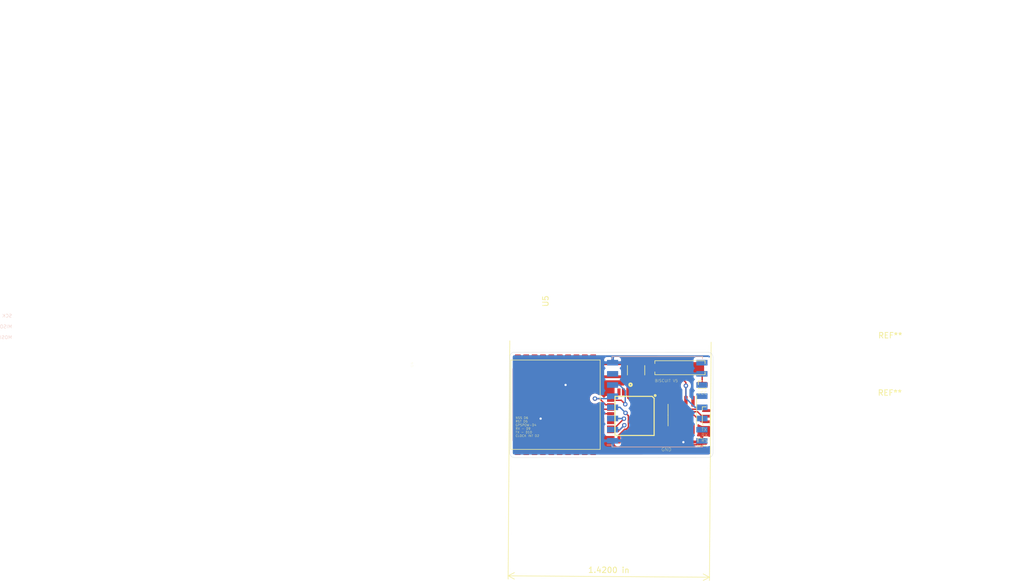
<source format=kicad_pcb>
(kicad_pcb (version 20171130) (host pcbnew "(5.1.5)-3")

  (general
    (thickness 1.6)
    (drawings 15)
    (tracks 151)
    (zones 0)
    (modules 9)
    (nets 38)
  )

  (page A4)
  (layers
    (0 F.Cu signal)
    (31 B.Cu signal)
    (32 B.Adhes user)
    (33 F.Adhes user)
    (34 B.Paste user)
    (35 F.Paste user)
    (36 B.SilkS user)
    (37 F.SilkS user)
    (38 B.Mask user)
    (39 F.Mask user)
    (40 Dwgs.User user)
    (41 Cmts.User user)
    (42 Eco1.User user)
    (43 Eco2.User user)
    (44 Edge.Cuts user)
    (45 Margin user)
    (46 B.CrtYd user)
    (47 F.CrtYd user)
    (48 B.Fab user)
    (49 F.Fab user)
  )

  (setup
    (last_trace_width 0.25)
    (trace_clearance 0.2)
    (zone_clearance 0.508)
    (zone_45_only no)
    (trace_min 0.2)
    (via_size 0.8)
    (via_drill 0.4)
    (via_min_size 0.4)
    (via_min_drill 0.3)
    (uvia_size 0.3)
    (uvia_drill 0.1)
    (uvias_allowed no)
    (uvia_min_size 0.2)
    (uvia_min_drill 0.1)
    (edge_width 0.05)
    (segment_width 0.2)
    (pcb_text_width 0.3)
    (pcb_text_size 1.5 1.5)
    (mod_edge_width 0.12)
    (mod_text_size 1 1)
    (mod_text_width 0.15)
    (pad_size 2 1)
    (pad_drill 0)
    (pad_to_mask_clearance 0.051)
    (solder_mask_min_width 0.25)
    (aux_axis_origin 0 0)
    (visible_elements 7FFFFF7F)
    (pcbplotparams
      (layerselection 0x010fc_ffffffff)
      (usegerberextensions false)
      (usegerberattributes false)
      (usegerberadvancedattributes false)
      (creategerberjobfile false)
      (excludeedgelayer true)
      (linewidth 0.100000)
      (plotframeref false)
      (viasonmask false)
      (mode 1)
      (useauxorigin false)
      (hpglpennumber 1)
      (hpglpenspeed 20)
      (hpglpendiameter 15.000000)
      (psnegative false)
      (psa4output false)
      (plotreference true)
      (plotvalue true)
      (plotinvisibletext false)
      (padsonsilk false)
      (subtractmaskfromsilk false)
      (outputformat 1)
      (mirror false)
      (drillshape 0)
      (scaleselection 1)
      (outputdirectory "D:/KiCad/Gerber files/Biscuitv4/"))
  )

  (net 0 "")
  (net 1 GND)
  (net 2 VCC)
  (net 3 SCK)
  (net 4 A5)
  (net 5 A4)
  (net 6 D2)
  (net 7 D7)
  (net 8 D10)
  (net 9 D9)
  (net 10 TXO)
  (net 11 RXI)
  (net 12 A3)
  (net 13 A2)
  (net 14 A1)
  (net 15 A0)
  (net 16 A7)
  (net 17 A6)
  (net 18 MISO)
  (net 19 MOSI)
  (net 20 D8)
  (net 21 D6)
  (net 22 D5)
  (net 23 D4)
  (net 24 D3)
  (net 25 "Net-(U3-Pad16)")
  (net 26 "Net-(U3-Pad15)")
  (net 27 "Net-(U3-Pad12)")
  (net 28 "Net-(U3-Pad11)")
  (net 29 "Net-(U3-Pad9)")
  (net 30 "Net-(U3-Pad7)")
  (net 31 "Net-(U1-Pad8)")
  (net 32 "Net-(U1-Pad7)")
  (net 33 "Net-(U2-Pad6)")
  (net 34 "Net-(U2-Pad4)")
  (net 35 "Net-(U2-Pad1)")
  (net 36 "Net-(U3-Pad14)")
  (net 37 GPSPOW)

  (net_class Default "This is the default net class."
    (clearance 0.2)
    (trace_width 0.25)
    (via_dia 0.8)
    (via_drill 0.4)
    (uvia_dia 0.3)
    (uvia_drill 0.1)
    (add_net A0)
    (add_net A1)
    (add_net A2)
    (add_net A3)
    (add_net A4)
    (add_net A5)
    (add_net A6)
    (add_net A7)
    (add_net D10)
    (add_net D2)
    (add_net D3)
    (add_net D4)
    (add_net D5)
    (add_net D6)
    (add_net D7)
    (add_net D8)
    (add_net D9)
    (add_net GND)
    (add_net GPSPOW)
    (add_net MISO)
    (add_net MOSI)
    (add_net "Net-(U1-Pad7)")
    (add_net "Net-(U1-Pad8)")
    (add_net "Net-(U2-Pad1)")
    (add_net "Net-(U2-Pad4)")
    (add_net "Net-(U2-Pad6)")
    (add_net "Net-(U3-Pad11)")
    (add_net "Net-(U3-Pad12)")
    (add_net "Net-(U3-Pad14)")
    (add_net "Net-(U3-Pad15)")
    (add_net "Net-(U3-Pad16)")
    (add_net "Net-(U3-Pad7)")
    (add_net "Net-(U3-Pad9)")
    (add_net RXI)
    (add_net SCK)
    (add_net TXO)
    (add_net VCC)
  )

  (module Connector_PinHeader_1.00mm:PinHeader_1x01_P1.00mm_Vertical (layer F.Cu) (tedit 5EAE7FCF) (tstamp 5EB007DD)
    (at 203.81 145.13)
    (descr "Through hole straight pin header, 1x01, 1.00mm pitch, single row")
    (tags "Through hole pin header THT 1x01 1.00mm single row")
    (fp_text reference REF** (at 33.7 -8.81) (layer F.SilkS)
      (effects (font (size 1 1) (thickness 0.15)))
    )
    (fp_text value PinHeader_1x01_P1.00mm_Vertical (at 44.44 2.45) (layer F.Fab)
      (effects (font (size 1 1) (thickness 0.15)))
    )
    (fp_line (start -0.3175 -0.5) (end 0.635 -0.5) (layer F.Fab) (width 0.1))
    (fp_line (start 0.635 -0.5) (end 0.635 0.5) (layer F.Fab) (width 0.1))
    (fp_line (start 0.635 0.5) (end -0.635 0.5) (layer F.Fab) (width 0.1))
    (fp_line (start -0.635 0.5) (end -0.635 -0.1825) (layer F.Fab) (width 0.1))
    (fp_line (start -0.635 -0.1825) (end -0.3175 -0.5) (layer F.Fab) (width 0.1))
    (fp_line (start -0.695 0.685) (end 0.695 0.685) (layer F.SilkS) (width 0.12))
    (fp_line (start -0.695 0.685) (end -0.695 0.56) (layer F.SilkS) (width 0.12))
    (fp_line (start 0.695 0.685) (end 0.695 0.56) (layer F.SilkS) (width 0.12))
    (fp_line (start -0.695 0.685) (end -0.608276 0.685) (layer F.SilkS) (width 0.12))
    (fp_line (start 0.608276 0.685) (end 0.695 0.685) (layer F.SilkS) (width 0.12))
    (fp_line (start -0.695 0) (end -0.695 -0.685) (layer F.SilkS) (width 0.12))
    (fp_line (start -0.695 -0.685) (end 0 -0.685) (layer F.SilkS) (width 0.12))
    (fp_line (start -1.15 -1) (end -1.15 1) (layer F.CrtYd) (width 0.05))
    (fp_line (start -1.15 1) (end 1.15 1) (layer F.CrtYd) (width 0.05))
    (fp_line (start 1.15 1) (end 1.15 -1) (layer F.CrtYd) (width 0.05))
    (fp_line (start 1.15 -1) (end -1.15 -1) (layer F.CrtYd) (width 0.05))
    (fp_text user %R (at 35.97 -2.26 90) (layer F.Fab)
      (effects (font (size 0.76 0.76) (thickness 0.114)))
    )
    (pad 2 smd roundrect (at 0 0) (size 2 1) (layers F.Cu F.Paste F.Mask) (roundrect_rratio 0.25)
      (net 1 GND))
    (model ${KISYS3DMOD}/Connector_PinHeader_1.00mm.3dshapes/PinHeader_1x01_P1.00mm_Vertical.wrl
      (at (xyz 0 0 0))
      (scale (xyz 1 1 1))
      (rotate (xyz 0 0 0))
    )
  )

  (module Connector_PinHeader_1.00mm:PinHeader_1x01_P1.00mm_Vertical (layer F.Cu) (tedit 5EAE7F99) (tstamp 5EB00562)
    (at 203.88 134.86)
    (descr "Through hole straight pin header, 1x01, 1.00mm pitch, single row")
    (tags "Through hole pin header THT 1x01 1.00mm single row")
    (fp_text reference REF** (at 33.7 -8.81) (layer F.SilkS)
      (effects (font (size 1 1) (thickness 0.15)))
    )
    (fp_text value PinHeader_1x01_P1.00mm_Vertical (at 44.44 2.45) (layer F.Fab)
      (effects (font (size 1 1) (thickness 0.15)))
    )
    (fp_text user %R (at 35.97 -2.26 90) (layer F.Fab)
      (effects (font (size 0.76 0.76) (thickness 0.114)))
    )
    (fp_line (start 1.15 -1) (end -1.15 -1) (layer F.CrtYd) (width 0.05))
    (fp_line (start 1.15 1) (end 1.15 -1) (layer F.CrtYd) (width 0.05))
    (fp_line (start -1.15 1) (end 1.15 1) (layer F.CrtYd) (width 0.05))
    (fp_line (start -1.15 -1) (end -1.15 1) (layer F.CrtYd) (width 0.05))
    (fp_line (start -0.695 -0.685) (end 0 -0.685) (layer F.SilkS) (width 0.12))
    (fp_line (start -0.695 0) (end -0.695 -0.685) (layer F.SilkS) (width 0.12))
    (fp_line (start 0.608276 0.685) (end 0.695 0.685) (layer F.SilkS) (width 0.12))
    (fp_line (start -0.695 0.685) (end -0.608276 0.685) (layer F.SilkS) (width 0.12))
    (fp_line (start 0.695 0.685) (end 0.695 0.56) (layer F.SilkS) (width 0.12))
    (fp_line (start -0.695 0.685) (end -0.695 0.56) (layer F.SilkS) (width 0.12))
    (fp_line (start -0.695 0.685) (end 0.695 0.685) (layer F.SilkS) (width 0.12))
    (fp_line (start -0.635 -0.1825) (end -0.3175 -0.5) (layer F.Fab) (width 0.1))
    (fp_line (start -0.635 0.5) (end -0.635 -0.1825) (layer F.Fab) (width 0.1))
    (fp_line (start 0.635 0.5) (end -0.635 0.5) (layer F.Fab) (width 0.1))
    (fp_line (start 0.635 -0.5) (end 0.635 0.5) (layer F.Fab) (width 0.1))
    (fp_line (start -0.3175 -0.5) (end 0.635 -0.5) (layer F.Fab) (width 0.1))
    (pad 1 smd roundrect (at 0 0) (size 2 1) (layers F.Cu F.Paste F.Mask) (roundrect_rratio 0.25))
    (model ${KISYS3DMOD}/Connector_PinHeader_1.00mm.3dshapes/PinHeader_1x01_P1.00mm_Vertical.wrl
      (at (xyz 0 0 0))
      (scale (xyz 1 1 1))
      (rotate (xyz 0 0 0))
    )
  )

  (module Connector_PinHeader_1.00mm:PinHeader_1x03_P1.00mm_Vertical (layer F.Cu) (tedit 5EAE645E) (tstamp 5EA4C725)
    (at 204.6 139.51)
    (descr "Through hole straight pin header, 1x03, 1.00mm pitch, single row")
    (tags "Through hole pin header THT 1x03 1.00mm single row")
    (fp_text reference REF** (at 17.526 -10.922) (layer F.SilkS) hide
      (effects (font (size 1 1) (thickness 0.15)))
    )
    (fp_text value PinHeader_1x03_P1.00mm_Vertical (at 28.702 -14.732) (layer F.Fab)
      (effects (font (size 1 1) (thickness 0.15)))
    )
    (fp_text user %R (at 15.24 6.096 90) (layer F.Fab)
      (effects (font (size 0.6 0.6) (thickness 0.09)))
    )
    (fp_line (start 1.15 -1) (end -1.15 -1) (layer F.CrtYd) (width 0.05))
    (fp_line (start 1.15 3) (end 1.15 -1) (layer F.CrtYd) (width 0.05))
    (fp_line (start -1.15 3) (end 1.15 3) (layer F.CrtYd) (width 0.05))
    (fp_line (start -1.15 -1) (end -1.15 3) (layer F.CrtYd) (width 0.05))
    (fp_line (start -0.695 -0.685) (end 0 -0.685) (layer F.SilkS) (width 0.12))
    (fp_line (start -0.695 0) (end -0.695 -0.685) (layer F.SilkS) (width 0.12))
    (fp_line (start 0.608276 0.685) (end 0.695 0.685) (layer F.SilkS) (width 0.12))
    (fp_line (start -0.695 0.685) (end -0.608276 0.685) (layer F.SilkS) (width 0.12))
    (fp_line (start 0.695 0.685) (end 0.695 2.56) (layer F.SilkS) (width 0.12))
    (fp_line (start -0.695 0.685) (end -0.695 2.56) (layer F.SilkS) (width 0.12))
    (fp_line (start 0.394493 2.56) (end 0.695 2.56) (layer F.SilkS) (width 0.12))
    (fp_line (start -0.695 2.56) (end -0.394493 2.56) (layer F.SilkS) (width 0.12))
    (fp_line (start -0.635 -0.1825) (end -0.3175 -0.5) (layer F.Fab) (width 0.1))
    (fp_line (start -0.635 2.5) (end -0.635 -0.1825) (layer F.Fab) (width 0.1))
    (fp_line (start 0.635 2.5) (end -0.635 2.5) (layer F.Fab) (width 0.1))
    (fp_line (start 0.635 -0.5) (end 0.635 2.5) (layer F.Fab) (width 0.1))
    (fp_line (start -0.3175 -0.5) (end 0.635 -0.5) (layer F.Fab) (width 0.1))
    (pad 3 smd roundrect (at 0 2) (size 1.5 0.5) (layers F.Cu F.Paste F.Mask) (roundrect_rratio 0.25))
    (pad 2 smd roundrect (at 0 1) (size 1.5 0.5) (layers F.Cu F.Paste F.Mask) (roundrect_rratio 0.25)
      (net 11 RXI))
    (pad 1 smd roundrect (at 0 0) (size 1.5 0.5) (layers F.Cu F.Paste F.Mask) (roundrect_rratio 0.25)
      (net 10 TXO))
    (model ${KISYS3DMOD}/Connector_PinHeader_1.00mm.3dshapes/PinHeader_1x03_P1.00mm_Vertical.wrl
      (at (xyz 0 0 0))
      (scale (xyz 1 1 1))
      (rotate (xyz 0 0 0))
    )
  )

  (module Button_Switch_SMD:SW_SPST_REED_CT05-XXXX-J1 (layer F.Cu) (tedit 5EA3FBF5) (tstamp 5EA4C07A)
    (at 199.898 131.826 180)
    (descr "Coto Technologies SPST Reed Switch CT05-XXXX-J1")
    (tags "Coto Reed SPST Switch")
    (attr smd)
    (fp_text reference REF** (at -58.928 16.764) (layer F.SilkS) hide
      (effects (font (size 1 1) (thickness 0.15)))
    )
    (fp_text value SW_SPST_REED_CT05-XXXX-J1 (at -66.802 20.32) (layer F.Fab) hide
      (effects (font (size 1 1) (thickness 0.15)))
    )
    (fp_line (start -4.5 -1.25) (end -4.5 -0.75) (layer F.SilkS) (width 0.12))
    (fp_line (start 4.5 -1.25) (end -4.5 -1.25) (layer F.SilkS) (width 0.12))
    (fp_line (start 4.5 -0.75) (end 4.5 -1.25) (layer F.SilkS) (width 0.12))
    (fp_line (start 4.5 1.25) (end 4.5 0.75) (layer F.SilkS) (width 0.12))
    (fp_line (start -4.5 1.25) (end 4.5 1.25) (layer F.SilkS) (width 0.12))
    (fp_line (start -4.5 0.75) (end -4.5 1.25) (layer F.SilkS) (width 0.12))
    (fp_line (start -4.75 1.5) (end 4.75 1.5) (layer F.CrtYd) (width 0.05))
    (fp_line (start -4.75 -1.5) (end -4.75 1.5) (layer F.CrtYd) (width 0.05))
    (fp_line (start 4.75 -1.5) (end -4.75 -1.5) (layer F.CrtYd) (width 0.05))
    (fp_line (start 4.75 1.5) (end 4.75 -1.5) (layer F.CrtYd) (width 0.05))
    (fp_line (start -3.2 1.15) (end -3.2 -1.15) (layer F.Fab) (width 0.1))
    (fp_line (start 3.25 1.15) (end -3.2 1.15) (layer F.Fab) (width 0.1))
    (fp_line (start 3.25 -1.15) (end 3.25 1.15) (layer F.Fab) (width 0.1))
    (fp_line (start -3.2 -1.15) (end 3.25 -1.15) (layer F.Fab) (width 0.1))
    (pad 1 smd rect (at -3.08 0 180) (size 2.5 2) (layers F.Cu F.Paste F.Mask))
    (pad 2 smd rect (at 3.08 0 180) (size 2.5 2) (layers F.Cu F.Paste F.Mask)
      (net 2 VCC))
    (model ${KISYS3DMOD}/Button_Switch_SMD.3dshapes/SW_SPST_REED_CT05-XXXX-J1.wrl
      (at (xyz 0 0 0))
      (scale (xyz 1 1 1))
      (rotate (xyz 0 0 0))
    )
  )

  (module RF_Module:HOPERF_RFM9XW_SMD (layer B.Cu) (tedit 5C227243) (tstamp 5E5592AC)
    (at 195.834 137.922)
    (descr "Low Power Long Range Transceiver Module SMD-16 (https://www.hoperf.com/data/upload/portal/20181127/5bfcbea20e9ef.pdf)")
    (tags "LoRa Low Power Long Range Transceiver Module")
    (path /5E59AC38)
    (attr smd)
    (fp_text reference U3 (at 49.022 12.192) (layer B.SilkS) hide
      (effects (font (size 1 1) (thickness 0.15)) (justify mirror))
    )
    (fp_text value RFM95W-915S2 (at 14.986 -55.626) (layer B.Fab) hide
      (effects (font (size 1 1) (thickness 0.15)) (justify mirror))
    )
    (fp_line (start -7 8) (end -8 7) (layer B.Fab) (width 0.1))
    (fp_line (start -8.1 7.75) (end -9 7.75) (layer B.SilkS) (width 0.12))
    (fp_line (start -8.1 8.1) (end -8.1 7.75) (layer B.SilkS) (width 0.12))
    (fp_line (start 8.1 -8.1) (end 8.1 -7.7) (layer B.SilkS) (width 0.12))
    (fp_line (start -8.1 -8.1) (end 8.1 -8.1) (layer B.SilkS) (width 0.12))
    (fp_line (start -8.1 -7.7) (end -8.1 -8.1) (layer B.SilkS) (width 0.12))
    (fp_line (start 8.1 8.1) (end 8.1 7.7) (layer B.SilkS) (width 0.12))
    (fp_line (start -8.1 8.1) (end 8.1 8.1) (layer B.SilkS) (width 0.12))
    (fp_line (start -9.25 -8.25) (end -9.25 8.25) (layer B.CrtYd) (width 0.05))
    (fp_line (start -9.25 -8.25) (end 9.25 -8.25) (layer B.CrtYd) (width 0.05))
    (fp_line (start 9.25 8.25) (end 9.25 -8.25) (layer B.CrtYd) (width 0.05))
    (fp_line (start -9.25 8.25) (end 9.25 8.25) (layer B.CrtYd) (width 0.05))
    (fp_line (start -8 -8) (end -8 7) (layer B.Fab) (width 0.1))
    (fp_line (start -8 -8) (end 8 -8) (layer B.Fab) (width 0.1))
    (fp_line (start 8 -8) (end 8 8) (layer B.Fab) (width 0.1))
    (fp_line (start -7 8) (end 8 8) (layer B.Fab) (width 0.1))
    (pad 16 smd rect (at 8 7) (size 2 1) (layers B.Cu B.Paste B.Mask)
      (net 25 "Net-(U3-Pad16)"))
    (pad 15 smd rect (at 8 5) (size 2 1) (layers B.Cu B.Paste B.Mask)
      (net 26 "Net-(U3-Pad15)"))
    (pad 14 smd rect (at 8 3) (size 2 1) (layers B.Cu B.Paste B.Mask)
      (net 36 "Net-(U3-Pad14)"))
    (pad 13 smd rect (at 8 1) (size 2 1) (layers B.Cu B.Paste B.Mask)
      (net 2 VCC))
    (pad 12 smd rect (at 8 -1) (size 2 1) (layers B.Cu B.Paste B.Mask)
      (net 27 "Net-(U3-Pad12)"))
    (pad 11 smd rect (at 8 -3) (size 2 1) (layers B.Cu B.Paste B.Mask)
      (net 28 "Net-(U3-Pad11)"))
    (pad 10 smd rect (at 8 -5) (size 2 1) (layers B.Cu B.Paste B.Mask)
      (net 1 GND))
    (pad 9 smd rect (at 8 -7) (size 2 1) (layers B.Cu B.Paste B.Mask)
      (net 29 "Net-(U3-Pad9)"))
    (pad 8 smd rect (at -8 -7) (size 2 1) (layers B.Cu B.Paste B.Mask)
      (net 1 GND))
    (pad 7 smd rect (at -8 -5) (size 2 1) (layers B.Cu B.Paste B.Mask)
      (net 30 "Net-(U3-Pad7)"))
    (pad 6 smd rect (at -8 -3) (size 2 1) (layers B.Cu B.Paste B.Mask)
      (net 22 D5))
    (pad 5 smd rect (at -8 -1) (size 2 1) (layers B.Cu B.Paste B.Mask)
      (net 21 D6))
    (pad 4 smd rect (at -8 1) (size 2 1) (layers B.Cu B.Paste B.Mask)
      (net 3 SCK))
    (pad 3 smd rect (at -8 3) (size 2 1) (layers B.Cu B.Paste B.Mask)
      (net 19 MOSI))
    (pad 2 smd rect (at -8 5) (size 2 1) (layers B.Cu B.Paste B.Mask)
      (net 18 MISO))
    (pad 1 smd rect (at -8 7) (size 2 1) (layers B.Cu B.Paste B.Mask)
      (net 1 GND))
    (model ${KISYS3DMOD}/RF_Module.3dshapes/HOPERF_RFM9XW_SMD.wrl
      (at (xyz 0 0 0))
      (scale (xyz 1 1 1))
      (rotate (xyz 0 0 0))
    )
  )

  (module Silicon-Standard:TQFP32-08 (layer F.Cu) (tedit 5EA3820E) (tstamp 5E54B4B7)
    (at 191.77 140.462 270)
    (descr "THIN PLASIC QUAD FLAT PACKAGE GRID 0.8 MM")
    (tags "THIN PLASIC QUAD FLAT PACKAGE GRID 0.8 MM")
    (path /5C40020E)
    (attr smd)
    (fp_text reference U1 (at -46.736 -18.796 270) (layer F.SilkS) hide
      (effects (font (size 0.6096 0.6096) (thickness 0.127)))
    )
    (fp_text value ATMEGA328P_TQFP (at -48.768 -16.51 270) (layer F.SilkS) hide
      (effects (font (size 0.2 0.2) (thickness 0.04)))
    )
    (fp_circle (center -3.6576 -3.683) (end -3.6576 -3.8354) (layer F.SilkS) (width 0.2032))
    (fp_line (start -3.1496 -3.50266) (end -3.50266 -3.1496) (layer F.SilkS) (width 0.2032))
    (fp_line (start -3.1496 -3.50266) (end 3.50266 -3.50266) (layer F.SilkS) (width 0.2032))
    (fp_line (start -3.50266 3.50266) (end -3.50266 -3.1496) (layer F.SilkS) (width 0.2032))
    (fp_line (start 3.50266 3.50266) (end -3.50266 3.50266) (layer F.SilkS) (width 0.2032))
    (fp_line (start 3.50266 -3.50266) (end 3.50266 3.50266) (layer F.SilkS) (width 0.2032))
    (fp_line (start -3.02768 -3.556) (end -3.02768 -4.5466) (layer Dwgs.User) (width 0.06604))
    (fp_line (start -3.02768 -4.5466) (end -2.57048 -4.5466) (layer Dwgs.User) (width 0.06604))
    (fp_line (start -2.57048 -3.556) (end -2.57048 -4.5466) (layer Dwgs.User) (width 0.06604))
    (fp_line (start -3.02768 -3.556) (end -2.57048 -3.556) (layer Dwgs.User) (width 0.06604))
    (fp_line (start -2.22758 -3.556) (end -2.22758 -4.5466) (layer Dwgs.User) (width 0.06604))
    (fp_line (start -2.22758 -4.5466) (end -1.77038 -4.5466) (layer Dwgs.User) (width 0.06604))
    (fp_line (start -1.77038 -3.556) (end -1.77038 -4.5466) (layer Dwgs.User) (width 0.06604))
    (fp_line (start -2.22758 -3.556) (end -1.77038 -3.556) (layer Dwgs.User) (width 0.06604))
    (fp_line (start -1.42748 -3.556) (end -1.42748 -4.5466) (layer Dwgs.User) (width 0.06604))
    (fp_line (start -1.42748 -4.5466) (end -0.97028 -4.5466) (layer Dwgs.User) (width 0.06604))
    (fp_line (start -0.97028 -3.556) (end -0.97028 -4.5466) (layer Dwgs.User) (width 0.06604))
    (fp_line (start -1.42748 -3.556) (end -0.97028 -3.556) (layer Dwgs.User) (width 0.06604))
    (fp_line (start -0.62738 -3.556) (end -0.62738 -4.5466) (layer Dwgs.User) (width 0.06604))
    (fp_line (start -0.62738 -4.5466) (end -0.17018 -4.5466) (layer Dwgs.User) (width 0.06604))
    (fp_line (start -0.17018 -3.556) (end -0.17018 -4.5466) (layer Dwgs.User) (width 0.06604))
    (fp_line (start -0.62738 -3.556) (end -0.17018 -3.556) (layer Dwgs.User) (width 0.06604))
    (fp_line (start 0.17018 -3.556) (end 0.17018 -4.5466) (layer Dwgs.User) (width 0.06604))
    (fp_line (start 0.17018 -4.5466) (end 0.62738 -4.5466) (layer Dwgs.User) (width 0.06604))
    (fp_line (start 0.62738 -3.556) (end 0.62738 -4.5466) (layer Dwgs.User) (width 0.06604))
    (fp_line (start 0.17018 -3.556) (end 0.62738 -3.556) (layer Dwgs.User) (width 0.06604))
    (fp_line (start 0.97028 -3.556) (end 0.97028 -4.5466) (layer Dwgs.User) (width 0.06604))
    (fp_line (start 0.97028 -4.5466) (end 1.42748 -4.5466) (layer Dwgs.User) (width 0.06604))
    (fp_line (start 1.42748 -3.556) (end 1.42748 -4.5466) (layer Dwgs.User) (width 0.06604))
    (fp_line (start 0.97028 -3.556) (end 1.42748 -3.556) (layer Dwgs.User) (width 0.06604))
    (fp_line (start 1.77038 -3.556) (end 1.77038 -4.5466) (layer Dwgs.User) (width 0.06604))
    (fp_line (start 1.77038 -4.5466) (end 2.22758 -4.5466) (layer Dwgs.User) (width 0.06604))
    (fp_line (start 2.22758 -3.556) (end 2.22758 -4.5466) (layer Dwgs.User) (width 0.06604))
    (fp_line (start 1.77038 -3.556) (end 2.22758 -3.556) (layer Dwgs.User) (width 0.06604))
    (fp_line (start 2.57048 -3.556) (end 2.57048 -4.5466) (layer Dwgs.User) (width 0.06604))
    (fp_line (start 2.57048 -4.5466) (end 3.02768 -4.5466) (layer Dwgs.User) (width 0.06604))
    (fp_line (start 3.02768 -3.556) (end 3.02768 -4.5466) (layer Dwgs.User) (width 0.06604))
    (fp_line (start 2.57048 -3.556) (end 3.02768 -3.556) (layer Dwgs.User) (width 0.06604))
    (fp_line (start 3.556 -2.57048) (end 3.556 -3.02768) (layer Dwgs.User) (width 0.06604))
    (fp_line (start 3.556 -3.02768) (end 4.5466 -3.02768) (layer Dwgs.User) (width 0.06604))
    (fp_line (start 4.5466 -2.57048) (end 4.5466 -3.02768) (layer Dwgs.User) (width 0.06604))
    (fp_line (start 3.556 -2.57048) (end 4.5466 -2.57048) (layer Dwgs.User) (width 0.06604))
    (fp_line (start 3.556 -1.77038) (end 3.556 -2.22758) (layer Dwgs.User) (width 0.06604))
    (fp_line (start 3.556 -2.22758) (end 4.5466 -2.22758) (layer Dwgs.User) (width 0.06604))
    (fp_line (start 4.5466 -1.77038) (end 4.5466 -2.22758) (layer Dwgs.User) (width 0.06604))
    (fp_line (start 3.556 -1.77038) (end 4.5466 -1.77038) (layer Dwgs.User) (width 0.06604))
    (fp_line (start 3.556 -0.97028) (end 3.556 -1.42748) (layer Dwgs.User) (width 0.06604))
    (fp_line (start 3.556 -1.42748) (end 4.5466 -1.42748) (layer Dwgs.User) (width 0.06604))
    (fp_line (start 4.5466 -0.97028) (end 4.5466 -1.42748) (layer Dwgs.User) (width 0.06604))
    (fp_line (start 3.556 -0.97028) (end 4.5466 -0.97028) (layer Dwgs.User) (width 0.06604))
    (fp_line (start 3.556 -0.17018) (end 3.556 -0.62738) (layer Dwgs.User) (width 0.06604))
    (fp_line (start 3.556 -0.62738) (end 4.5466 -0.62738) (layer Dwgs.User) (width 0.06604))
    (fp_line (start 4.5466 -0.17018) (end 4.5466 -0.62738) (layer Dwgs.User) (width 0.06604))
    (fp_line (start 3.556 -0.17018) (end 4.5466 -0.17018) (layer Dwgs.User) (width 0.06604))
    (fp_line (start 3.556 0.62738) (end 3.556 0.17018) (layer Dwgs.User) (width 0.06604))
    (fp_line (start 3.556 0.17018) (end 4.5466 0.17018) (layer Dwgs.User) (width 0.06604))
    (fp_line (start 4.5466 0.62738) (end 4.5466 0.17018) (layer Dwgs.User) (width 0.06604))
    (fp_line (start 3.556 0.62738) (end 4.5466 0.62738) (layer Dwgs.User) (width 0.06604))
    (fp_line (start 3.556 1.42748) (end 3.556 0.97028) (layer Dwgs.User) (width 0.06604))
    (fp_line (start 3.556 0.97028) (end 4.5466 0.97028) (layer Dwgs.User) (width 0.06604))
    (fp_line (start 4.5466 1.42748) (end 4.5466 0.97028) (layer Dwgs.User) (width 0.06604))
    (fp_line (start 3.556 1.42748) (end 4.5466 1.42748) (layer Dwgs.User) (width 0.06604))
    (fp_line (start 3.556 2.22758) (end 3.556 1.77038) (layer Dwgs.User) (width 0.06604))
    (fp_line (start 3.556 1.77038) (end 4.5466 1.77038) (layer Dwgs.User) (width 0.06604))
    (fp_line (start 4.5466 2.22758) (end 4.5466 1.77038) (layer Dwgs.User) (width 0.06604))
    (fp_line (start 3.556 2.22758) (end 4.5466 2.22758) (layer Dwgs.User) (width 0.06604))
    (fp_line (start 3.556 3.02768) (end 3.556 2.57048) (layer Dwgs.User) (width 0.06604))
    (fp_line (start 3.556 2.57048) (end 4.5466 2.57048) (layer Dwgs.User) (width 0.06604))
    (fp_line (start 4.5466 3.02768) (end 4.5466 2.57048) (layer Dwgs.User) (width 0.06604))
    (fp_line (start 3.556 3.02768) (end 4.5466 3.02768) (layer Dwgs.User) (width 0.06604))
    (fp_line (start 2.57048 4.5466) (end 2.57048 3.556) (layer Dwgs.User) (width 0.06604))
    (fp_line (start 2.57048 3.556) (end 3.02768 3.556) (layer Dwgs.User) (width 0.06604))
    (fp_line (start 3.02768 4.5466) (end 3.02768 3.556) (layer Dwgs.User) (width 0.06604))
    (fp_line (start 2.57048 4.5466) (end 3.02768 4.5466) (layer Dwgs.User) (width 0.06604))
    (fp_line (start 1.77038 4.5466) (end 1.77038 3.556) (layer Dwgs.User) (width 0.06604))
    (fp_line (start 1.77038 3.556) (end 2.22758 3.556) (layer Dwgs.User) (width 0.06604))
    (fp_line (start 2.22758 4.5466) (end 2.22758 3.556) (layer Dwgs.User) (width 0.06604))
    (fp_line (start 1.77038 4.5466) (end 2.22758 4.5466) (layer Dwgs.User) (width 0.06604))
    (fp_line (start 0.97028 4.5466) (end 0.97028 3.556) (layer Dwgs.User) (width 0.06604))
    (fp_line (start 0.97028 3.556) (end 1.42748 3.556) (layer Dwgs.User) (width 0.06604))
    (fp_line (start 1.42748 4.5466) (end 1.42748 3.556) (layer Dwgs.User) (width 0.06604))
    (fp_line (start 0.97028 4.5466) (end 1.42748 4.5466) (layer Dwgs.User) (width 0.06604))
    (fp_line (start 0.17018 4.5466) (end 0.17018 3.556) (layer Dwgs.User) (width 0.06604))
    (fp_line (start 0.17018 3.556) (end 0.62738 3.556) (layer Dwgs.User) (width 0.06604))
    (fp_line (start 0.62738 4.5466) (end 0.62738 3.556) (layer Dwgs.User) (width 0.06604))
    (fp_line (start 0.17018 4.5466) (end 0.62738 4.5466) (layer Dwgs.User) (width 0.06604))
    (fp_line (start -0.62738 4.5466) (end -0.62738 3.556) (layer Dwgs.User) (width 0.06604))
    (fp_line (start -0.62738 3.556) (end -0.17018 3.556) (layer Dwgs.User) (width 0.06604))
    (fp_line (start -0.17018 4.5466) (end -0.17018 3.556) (layer Dwgs.User) (width 0.06604))
    (fp_line (start -0.62738 4.5466) (end -0.17018 4.5466) (layer Dwgs.User) (width 0.06604))
    (fp_line (start -1.42748 4.5466) (end -1.42748 3.556) (layer Dwgs.User) (width 0.06604))
    (fp_line (start -1.42748 3.556) (end -0.97028 3.556) (layer Dwgs.User) (width 0.06604))
    (fp_line (start -0.97028 4.5466) (end -0.97028 3.556) (layer Dwgs.User) (width 0.06604))
    (fp_line (start -1.42748 4.5466) (end -0.97028 4.5466) (layer Dwgs.User) (width 0.06604))
    (fp_line (start -2.22758 4.5466) (end -2.22758 3.556) (layer Dwgs.User) (width 0.06604))
    (fp_line (start -2.22758 3.556) (end -1.77038 3.556) (layer Dwgs.User) (width 0.06604))
    (fp_line (start -1.77038 4.5466) (end -1.77038 3.556) (layer Dwgs.User) (width 0.06604))
    (fp_line (start -2.22758 4.5466) (end -1.77038 4.5466) (layer Dwgs.User) (width 0.06604))
    (fp_line (start -3.02768 4.5466) (end -3.02768 3.556) (layer Dwgs.User) (width 0.06604))
    (fp_line (start -3.02768 3.556) (end -2.57048 3.556) (layer Dwgs.User) (width 0.06604))
    (fp_line (start -2.57048 4.5466) (end -2.57048 3.556) (layer Dwgs.User) (width 0.06604))
    (fp_line (start -3.02768 4.5466) (end -2.57048 4.5466) (layer Dwgs.User) (width 0.06604))
    (fp_line (start -4.5466 3.02768) (end -4.5466 2.57048) (layer Dwgs.User) (width 0.06604))
    (fp_line (start -4.5466 2.57048) (end -3.556 2.57048) (layer Dwgs.User) (width 0.06604))
    (fp_line (start -3.556 3.02768) (end -3.556 2.57048) (layer Dwgs.User) (width 0.06604))
    (fp_line (start -4.5466 3.02768) (end -3.556 3.02768) (layer Dwgs.User) (width 0.06604))
    (fp_line (start -4.5466 2.22758) (end -4.5466 1.77038) (layer Dwgs.User) (width 0.06604))
    (fp_line (start -4.5466 1.77038) (end -3.556 1.77038) (layer Dwgs.User) (width 0.06604))
    (fp_line (start -3.556 2.22758) (end -3.556 1.77038) (layer Dwgs.User) (width 0.06604))
    (fp_line (start -4.5466 2.22758) (end -3.556 2.22758) (layer Dwgs.User) (width 0.06604))
    (fp_line (start -4.5466 1.42748) (end -4.5466 0.97028) (layer Dwgs.User) (width 0.06604))
    (fp_line (start -4.5466 0.97028) (end -3.556 0.97028) (layer Dwgs.User) (width 0.06604))
    (fp_line (start -3.556 1.42748) (end -3.556 0.97028) (layer Dwgs.User) (width 0.06604))
    (fp_line (start -4.5466 1.42748) (end -3.556 1.42748) (layer Dwgs.User) (width 0.06604))
    (fp_line (start -4.5466 0.62738) (end -4.5466 0.17018) (layer Dwgs.User) (width 0.06604))
    (fp_line (start -4.5466 0.17018) (end -3.556 0.17018) (layer Dwgs.User) (width 0.06604))
    (fp_line (start -3.556 0.62738) (end -3.556 0.17018) (layer Dwgs.User) (width 0.06604))
    (fp_line (start -4.5466 0.62738) (end -3.556 0.62738) (layer Dwgs.User) (width 0.06604))
    (fp_line (start -4.5466 -0.17018) (end -4.5466 -0.62738) (layer Dwgs.User) (width 0.06604))
    (fp_line (start -4.5466 -0.62738) (end -3.556 -0.62738) (layer Dwgs.User) (width 0.06604))
    (fp_line (start -3.556 -0.17018) (end -3.556 -0.62738) (layer Dwgs.User) (width 0.06604))
    (fp_line (start -4.5466 -0.17018) (end -3.556 -0.17018) (layer Dwgs.User) (width 0.06604))
    (fp_line (start -4.5466 -0.97028) (end -4.5466 -1.42748) (layer Dwgs.User) (width 0.06604))
    (fp_line (start -4.5466 -1.42748) (end -3.556 -1.42748) (layer Dwgs.User) (width 0.06604))
    (fp_line (start -3.556 -0.97028) (end -3.556 -1.42748) (layer Dwgs.User) (width 0.06604))
    (fp_line (start -4.5466 -0.97028) (end -3.556 -0.97028) (layer Dwgs.User) (width 0.06604))
    (fp_line (start -4.5466 -1.77038) (end -4.5466 -2.22758) (layer Dwgs.User) (width 0.06604))
    (fp_line (start -4.5466 -2.22758) (end -3.556 -2.22758) (layer Dwgs.User) (width 0.06604))
    (fp_line (start -3.556 -1.77038) (end -3.556 -2.22758) (layer Dwgs.User) (width 0.06604))
    (fp_line (start -4.5466 -1.77038) (end -3.556 -1.77038) (layer Dwgs.User) (width 0.06604))
    (fp_line (start -4.5466 -2.57048) (end -4.5466 -3.02768) (layer Dwgs.User) (width 0.06604))
    (fp_line (start -4.5466 -3.02768) (end -3.556 -3.02768) (layer Dwgs.User) (width 0.06604))
    (fp_line (start -3.556 -2.57048) (end -3.556 -3.02768) (layer Dwgs.User) (width 0.06604))
    (fp_line (start -4.5466 -2.57048) (end -3.556 -2.57048) (layer Dwgs.User) (width 0.06604))
    (pad 32 smd rect (at -2.79908 -4.2926 270) (size 0.5588 1.27) (layers F.Cu F.Paste F.Mask)
      (net 6 D2) (solder_mask_margin 0.1016))
    (pad 31 smd rect (at -1.99898 -4.2926 270) (size 0.5588 1.27) (layers F.Cu F.Paste F.Mask)
      (net 10 TXO) (solder_mask_margin 0.1016))
    (pad 30 smd rect (at -1.19888 -4.2926 270) (size 0.5588 1.27) (layers F.Cu F.Paste F.Mask)
      (net 11 RXI) (solder_mask_margin 0.1016))
    (pad RESET smd rect (at -0.39878 -4.292601 270) (size 0.5588 1.27) (layers F.Cu F.Paste F.Mask)
      (solder_mask_margin 0.1016))
    (pad 28 smd rect (at 0.39878 -4.292601 270) (size 0.5588 1.27) (layers F.Cu F.Paste F.Mask)
      (net 4 A5) (solder_mask_margin 0.1016))
    (pad 27 smd rect (at 1.19888 -4.2926 270) (size 0.5588 1.27) (layers F.Cu F.Paste F.Mask)
      (net 5 A4) (solder_mask_margin 0.1016))
    (pad 26 smd rect (at 1.99898 -4.2926 270) (size 0.5588 1.27) (layers F.Cu F.Paste F.Mask)
      (net 12 A3) (solder_mask_margin 0.1016))
    (pad 25 smd rect (at 2.79908 -4.2926 270) (size 0.5588 1.27) (layers F.Cu F.Paste F.Mask)
      (net 13 A2) (solder_mask_margin 0.1016))
    (pad 24 smd rect (at 4.2926 -2.79908 270) (size 1.27 0.5588) (layers F.Cu F.Paste F.Mask)
      (net 14 A1) (solder_mask_margin 0.1016))
    (pad 23 smd rect (at 4.2926 -1.99898 270) (size 1.27 0.5588) (layers F.Cu F.Paste F.Mask)
      (net 15 A0) (solder_mask_margin 0.1016))
    (pad 22 smd rect (at 4.2926 -1.19888 270) (size 1.27 0.5588) (layers F.Cu F.Paste F.Mask)
      (net 16 A7) (solder_mask_margin 0.1016))
    (pad 21 smd rect (at 4.292601 -0.39878 270) (size 1.27 0.5588) (layers F.Cu F.Paste F.Mask)
      (net 1 GND) (solder_mask_margin 0.1016))
    (pad 20 smd rect (at 4.292601 0.39878 270) (size 1.27 0.5588) (layers F.Cu F.Paste F.Mask)
      (net 1 GND) (solder_mask_margin 0.1016))
    (pad 19 smd rect (at 4.2926 1.19888 270) (size 1.27 0.5588) (layers F.Cu F.Paste F.Mask)
      (net 17 A6) (solder_mask_margin 0.1016))
    (pad 18 smd rect (at 4.2926 1.99898 270) (size 1.27 0.5588) (layers F.Cu F.Paste F.Mask)
      (net 2 VCC) (solder_mask_margin 0.1016))
    (pad 17 smd rect (at 4.2926 2.79908 270) (size 1.27 0.5588) (layers F.Cu F.Paste F.Mask)
      (net 3 SCK) (solder_mask_margin 0.1016))
    (pad 16 smd rect (at 2.79908 4.2926 270) (size 0.5588 1.27) (layers F.Cu F.Paste F.Mask)
      (net 18 MISO) (solder_mask_margin 0.1016))
    (pad 15 smd rect (at 1.99898 4.2926 270) (size 0.5588 1.27) (layers F.Cu F.Paste F.Mask)
      (net 19 MOSI) (solder_mask_margin 0.1016))
    (pad 14 smd rect (at 1.19888 4.2926 270) (size 0.5588 1.27) (layers F.Cu F.Paste F.Mask)
      (net 8 D10) (solder_mask_margin 0.1016))
    (pad 13 smd rect (at 0.39878 4.292601 270) (size 0.5588 1.27) (layers F.Cu F.Paste F.Mask)
      (net 9 D9) (solder_mask_margin 0.1016))
    (pad 12 smd rect (at -0.39878 4.292601 270) (size 0.5588 1.27) (layers F.Cu F.Paste F.Mask)
      (net 20 D8) (solder_mask_margin 0.1016))
    (pad 11 smd rect (at -1.19888 4.2926 270) (size 0.5588 1.27) (layers F.Cu F.Paste F.Mask)
      (net 7 D7) (solder_mask_margin 0.1016))
    (pad 10 smd rect (at -1.99898 4.2926 270) (size 0.5588 1.27) (layers F.Cu F.Paste F.Mask)
      (net 21 D6) (solder_mask_margin 0.1016))
    (pad 9 smd rect (at -2.79908 4.2926 270) (size 0.5588 1.27) (layers F.Cu F.Paste F.Mask)
      (net 22 D5) (solder_mask_margin 0.1016))
    (pad 8 smd rect (at -4.2926 2.79908 270) (size 1.27 0.5588) (layers F.Cu F.Paste F.Mask)
      (net 31 "Net-(U1-Pad8)") (solder_mask_margin 0.1016))
    (pad 7 smd rect (at -4.2926 1.99898 270) (size 1.27 0.5588) (layers F.Cu F.Paste F.Mask)
      (net 32 "Net-(U1-Pad7)") (solder_mask_margin 0.1016))
    (pad 6 smd rect (at -4.2926 1.19888 270) (size 1.27 0.5588) (layers F.Cu F.Paste F.Mask)
      (net 2 VCC) (solder_mask_margin 0.1016))
    (pad 5 smd rect (at -4.292601 0.39878 270) (size 1.27 0.5588) (layers F.Cu F.Paste F.Mask)
      (net 1 GND) (solder_mask_margin 0.1016))
    (pad 4 smd rect (at -4.292601 -0.39878 270) (size 1.27 0.5588) (layers F.Cu F.Paste F.Mask)
      (net 2 VCC) (solder_mask_margin 0.1016))
    (pad 3 smd rect (at -4.2926 -1.19888 270) (size 1.27 0.5588) (layers F.Cu F.Paste F.Mask)
      (net 1 GND) (solder_mask_margin 0.1016))
    (pad 2 smd rect (at -4.2926 -1.99898 270) (size 1.27 0.5588) (layers F.Cu F.Paste F.Mask)
      (net 23 D4) (solder_mask_margin 0.1016))
    (pad 1 smd rect (at -4.2926 -2.79908 270) (size 1.27 0.5588) (layers F.Cu F.Paste F.Mask)
      (net 24 D3) (solder_mask_margin 0.1016))
  )

  (module Package_SO:SOIC-8_3.9x4.9mm_P1.27mm (layer F.Cu) (tedit 5D9F72B1) (tstamp 5E54B784)
    (at 200.33 140.31 270)
    (descr "SOIC, 8 Pin (JEDEC MS-012AA, https://www.analog.com/media/en/package-pcb-resources/package/pkg_pdf/soic_narrow-r/r_8.pdf), generated with kicad-footprint-generator ipc_gullwing_generator.py")
    (tags "SOIC SO")
    (path /5E58D3A7)
    (attr smd)
    (fp_text reference U2 (at -45.466 -13.97 90) (layer F.SilkS) hide
      (effects (font (size 1 1) (thickness 0.15)))
    )
    (fp_text value DS3231MZ (at -51.562 -16.51 90) (layer F.Fab) hide
      (effects (font (size 1 1) (thickness 0.15)))
    )
    (fp_text user %R (at -47.498 -19.812 90) (layer F.Fab)
      (effects (font (size 0.98 0.98) (thickness 0.15)))
    )
    (fp_line (start 3.7 -2.7) (end -3.7 -2.7) (layer F.CrtYd) (width 0.05))
    (fp_line (start 3.7 2.7) (end 3.7 -2.7) (layer F.CrtYd) (width 0.05))
    (fp_line (start -3.7 2.7) (end 3.7 2.7) (layer F.CrtYd) (width 0.05))
    (fp_line (start -3.7 -2.7) (end -3.7 2.7) (layer F.CrtYd) (width 0.05))
    (fp_line (start -1.95 -1.475) (end -0.975 -2.45) (layer F.Fab) (width 0.1))
    (fp_line (start -1.95 2.45) (end -1.95 -1.475) (layer F.Fab) (width 0.1))
    (fp_line (start 1.95 2.45) (end -1.95 2.45) (layer F.Fab) (width 0.1))
    (fp_line (start 1.95 -2.45) (end 1.95 2.45) (layer F.Fab) (width 0.1))
    (fp_line (start -0.975 -2.45) (end 1.95 -2.45) (layer F.Fab) (width 0.1))
    (fp_line (start 0 -2.56) (end -3.45 -2.56) (layer F.SilkS) (width 0.12))
    (fp_line (start 0 -2.56) (end 1.95 -2.56) (layer F.SilkS) (width 0.12))
    (fp_line (start 0 2.56) (end -1.95 2.56) (layer F.SilkS) (width 0.12))
    (fp_line (start 0 2.56) (end 1.95 2.56) (layer F.SilkS) (width 0.12))
    (pad 8 smd roundrect (at 2.475 -1.905 270) (size 1.95 0.6) (layers F.Cu F.Paste F.Mask) (roundrect_rratio 0.25)
      (net 4 A5))
    (pad 7 smd roundrect (at 2.475 -0.635 270) (size 1.95 0.6) (layers F.Cu F.Paste F.Mask) (roundrect_rratio 0.25)
      (net 5 A4))
    (pad 6 smd roundrect (at 2.475 0.635 270) (size 1.95 0.6) (layers F.Cu F.Paste F.Mask) (roundrect_rratio 0.25)
      (net 33 "Net-(U2-Pad6)"))
    (pad 5 smd roundrect (at 2.475 1.905 270) (size 1.95 0.6) (layers F.Cu F.Paste F.Mask) (roundrect_rratio 0.25)
      (net 1 GND))
    (pad 4 smd roundrect (at -2.475 1.905 270) (size 1.95 0.6) (layers F.Cu F.Paste F.Mask) (roundrect_rratio 0.25)
      (net 34 "Net-(U2-Pad4)"))
    (pad 3 smd roundrect (at -2.475 0.635 270) (size 1.95 0.6) (layers F.Cu F.Paste F.Mask) (roundrect_rratio 0.25)
      (net 6 D2))
    (pad 2 smd roundrect (at -2.475 -0.635 270) (size 1.95 0.6) (layers F.Cu F.Paste F.Mask) (roundrect_rratio 0.25)
      (net 2 VCC))
    (pad 1 smd roundrect (at -2.475 -1.905 270) (size 1.95 0.6) (layers F.Cu F.Paste F.Mask) (roundrect_rratio 0.25)
      (net 35 "Net-(U2-Pad1)"))
    (model ${KISYS3DMOD}/Package_SO.3dshapes/SOIC-8_3.9x4.9mm_P1.27mm.wrl
      (at (xyz 0 0 0))
      (scale (xyz 1 1 1))
      (rotate (xyz 0 0 0))
    )
  )

  (module MIC5225:SOT95P280X145-5N (layer F.Cu) (tedit 5EAE4EDD) (tstamp 5EAF55E2)
    (at 192.04 132.28 90)
    (path /5EAF0698)
    (fp_text reference U4 (at 1.016 -40.132 90) (layer F.SilkS)
      (effects (font (size 0.484186 0.484186) (thickness 0.015)))
    )
    (fp_text value MIC5225-3.3YM5-TR (at 62.484 17.78 90) (layer F.Fab)
      (effects (font (size 0.483661 0.483661) (thickness 0.015)))
    )
    (fp_line (start 0.85 -1.5) (end -0.85 -1.5) (layer F.Fab) (width 0.127))
    (fp_line (start -0.85 -1.5) (end -0.85 1.5) (layer F.Fab) (width 0.127))
    (fp_line (start -0.85 1.5) (end 0.85 1.5) (layer F.Fab) (width 0.127))
    (fp_line (start 0.85 1.5) (end 0.85 -1.5) (layer F.Fab) (width 0.127))
    (fp_line (start 2.11 -1.75) (end -2.11 -1.75) (layer F.CrtYd) (width 0.05))
    (fp_line (start -2.11 -1.75) (end -2.11 1.75) (layer F.CrtYd) (width 0.05))
    (fp_line (start -2.11 1.75) (end 2.11 1.75) (layer F.CrtYd) (width 0.05))
    (fp_line (start 2.11 1.75) (end 2.11 -1.75) (layer F.CrtYd) (width 0.05))
    (fp_circle (center -2.589 -0.992) (end -2.489 -0.992) (layer F.SilkS) (width 0.3))
    (fp_line (start 0.85 -1.554) (end -0.85 -1.554) (layer F.SilkS) (width 0.127))
    (fp_line (start -0.85 1.554) (end 0.85 1.554) (layer F.SilkS) (width 0.127))
    (fp_circle (center -2.589 -0.992) (end -2.489 -0.992) (layer F.Fab) (width 0.3))
    (pad 1 smd rect (at -1.165 -0.95 90) (size 1.39 0.58) (layers F.Cu F.Paste F.Mask)
      (net 2 VCC))
    (pad 2 smd rect (at -1.165 0 90) (size 1.39 0.58) (layers F.Cu F.Paste F.Mask)
      (net 1 GND))
    (pad 3 smd rect (at -1.165 0.95 90) (size 1.39 0.58) (layers F.Cu F.Paste F.Mask)
      (net 23 D4))
    (pad 4 smd rect (at 1.165 0.95 90) (size 1.39 0.58) (layers F.Cu F.Paste F.Mask))
    (pad 5 smd rect (at 1.165 -0.95 90) (size 1.39 0.58) (layers F.Cu F.Paste F.Mask)
      (net 37 GPSPOW))
  )

  (module "PA6H GPS:Pa6h" (layer F.Cu) (tedit 5EAE8012) (tstamp 5EAF55FE)
    (at 177.6 138.03 270)
    (path /5EAF2855)
    (attr smd)
    (fp_text reference U5 (at -18.13 1.76 270) (layer F.SilkS)
      (effects (font (size 1 1) (thickness 0.15)))
    )
    (fp_text value PA6H (at -4.318 -58.928 270) (layer F.Fab)
      (effects (font (size 1 1) (thickness 0.15)))
    )
    (fp_line (start 8.42 7.99) (end -7.58 7.99) (layer F.SilkS) (width 0.12))
    (fp_line (start -7.58 -8.01) (end 8.42 -8.01) (layer F.SilkS) (width 0.12))
    (fp_line (start -7.58 7.99) (end -7.58 -8.01) (layer F.SilkS) (width 0.12))
    (fp_line (start 8.42 7.99) (end 8.42 -8.01) (layer F.SilkS) (width 0.12))
    (pad 15 smd rect (at 8.43 -0.75 270) (size 2 1) (layers F.Cu F.Paste F.Mask))
    (pad 17 smd rect (at 8.43 2.25 270) (size 2 1) (layers F.Cu F.Paste F.Mask))
    (pad 16 smd rect (at 8.43 0.75 270) (size 2 1) (layers F.Cu F.Paste F.Mask))
    (pad 12 smd rect (at 8.43 -5.25 270) (size 2 1) (layers F.Cu F.Paste F.Mask)
      (net 1 GND))
    (pad 13 smd rect (at 8.43 -3.75 270) (size 2 1) (layers F.Cu F.Paste F.Mask))
    (pad 14 smd rect (at 8.43 -2.25 270) (size 2 1) (layers F.Cu F.Paste F.Mask))
    (pad 20 smd rect (at 8.42 6.74 270) (size 2 1) (layers F.Cu F.Paste F.Mask))
    (pad 19 smd rect (at 8.43 5.25 270) (size 2 1) (layers F.Cu F.Paste F.Mask)
      (net 1 GND))
    (pad 6 smd rect (at -7.58 0.74 270) (size 2 1) (layers F.Cu F.Paste F.Mask))
    (pad 8 smd rect (at -7.58 3.74 270) (size 2 1) (layers F.Cu F.Paste F.Mask)
      (net 1 GND))
    (pad 2 smd rect (at -7.58 -5.26 270) (size 2 1) (layers F.Cu F.Paste F.Mask))
    (pad 5 smd rect (at -7.58 -0.76 270) (size 2 1) (layers F.Cu F.Paste F.Mask))
    (pad 4 smd rect (at -7.58 -2.26 270) (size 2 1) (layers F.Cu F.Paste F.Mask)
      (net 2 VCC))
    (pad 3 smd rect (at -7.58 -3.76 270) (size 2 1) (layers F.Cu F.Paste F.Mask))
    (pad 7 smd rect (at -7.58 2.24 270) (size 2 1) (layers F.Cu F.Paste F.Mask))
    (pad 18 smd rect (at 8.43 3.75 270) (size 2 1) (layers F.Cu F.Paste F.Mask))
    (pad 1 smd rect (at -7.58 -6.76 270) (size 2 1) (layers F.Cu F.Paste F.Mask)
      (net 37 GPSPOW))
    (pad 10 smd rect (at -7.58 6.74 270) (size 2 1) (layers F.Cu F.Paste F.Mask)
      (net 20 D8))
    (pad 9 smd rect (at -7.58 5.24 270) (size 2 1) (layers F.Cu F.Paste F.Mask)
      (net 7 D7))
    (pad 11 smd rect (at 8.43 -6.75 270) (size 2 1) (layers F.Cu F.Paste F.Mask))
  )

  (dimension 36.068894 (width 0.12) (layer F.SilkS)
    (gr_text "36.069 mm" (at 187.146545 170.501641 359.5965153) (layer F.SilkS)
      (effects (font (size 1 1) (thickness 0.15)))
    )
    (feature1 (pts (xy 205.486 127.254) (xy 205.185359 169.945078)))
    (feature2 (pts (xy 169.418 127) (xy 169.117359 169.691078)))
    (crossbar (pts (xy 169.121488 169.104672) (xy 205.189488 169.358672)))
    (arrow1a (pts (xy 205.189488 169.358672) (xy 204.058883 169.937145)))
    (arrow1b (pts (xy 205.189488 169.358672) (xy 204.067142 168.764333)))
    (arrow2a (pts (xy 169.121488 169.104672) (xy 170.243834 169.699011)))
    (arrow2b (pts (xy 169.121488 169.104672) (xy 170.252093 168.526199)))
  )
  (gr_text GND (at 196.53 146.49) (layer F.SilkS) (tstamp 5EB02ACB)
    (effects (font (size 0.6 0.6) (thickness 0.04)) (justify left))
  )
  (gr_arc (start 170.25 129.89) (end 170.25 129.05) (angle -90) (layer Edge.Cuts) (width 0.05) (tstamp 5EAFFB62))
  (gr_arc (start 170.26 147.08) (end 169.42 147.08) (angle -90) (layer Edge.Cuts) (width 0.05) (tstamp 5EAFFB62))
  (gr_arc (start 204.99 147.07) (end 204.99 147.91) (angle -85.91438322) (layer Edge.Cuts) (width 0.05) (tstamp 5EAFFB62))
  (gr_arc (start 204.98 129.91) (end 205.82 129.91) (angle -90) (layer Edge.Cuts) (width 0.05))
  (gr_line (start 169.42 147.08) (end 169.41 129.89) (layer Edge.Cuts) (width 0.05))
  (gr_line (start 204.99 147.910152) (end 170.26 147.92) (layer Edge.Cuts) (width 0.05))
  (gr_line (start 205.82 129.91) (end 205.83 147.12) (layer Edge.Cuts) (width 0.05))
  (gr_line (start 170.25 129.05) (end 204.98 129.07) (layer Edge.Cuts) (width 0.05))
  (gr_text "SCK\n\nMISO\n\nMOSI" (at 80.264 124.46) (layer B.SilkS) (tstamp 5EA50C09)
    (effects (font (size 0.6 0.6) (thickness 0.04)) (justify left mirror))
  )
  (gr_text "NSS D6 \nRST D5\nGPSPOW-D4\nRX - D9\nTX - D10\nCLOCK INT D2" (at 170.42 142.42) (layer F.SilkS) (tstamp 5EA509C0)
    (effects (font (size 0.4 0.4) (thickness 0.04)) (justify left))
  )
  (gr_text VCC (at 203.04 136.34) (layer F.SilkS) (tstamp 5EA4D3E7)
    (effects (font (size 0.6 0.6) (thickness 0.04)) (justify left))
  )
  (gr_text "TX\nRX\nRST" (at 203.69 143.9) (layer F.SilkS) (tstamp 5EA4D3A0)
    (effects (font (size 0.6 0.6) (thickness 0.04)) (justify left))
  )
  (gr_text "BISCUIT V5\n" (at 195.37 134.16) (layer F.SilkS)
    (effects (font (size 0.5 0.5) (thickness 0.04)) (justify left))
  )

  (segment (start 203.62 132.468) (end 202.978 131.826) (width 0.25) (layer F.Cu) (net 0))
  (segment (start 203.69 141.51) (end 204.6 141.51) (width 0.25) (layer F.Cu) (net 0))
  (segment (start 197.204381 140.32) (end 202.42 140.32) (width 0.25) (layer F.Cu) (net 0))
  (segment (start 196.947601 140.06322) (end 197.204381 140.32) (width 0.25) (layer F.Cu) (net 0))
  (segment (start 196.062601 140.06322) (end 196.947601 140.06322) (width 0.25) (layer F.Cu) (net 0))
  (segment (start 202.42 140.32) (end 203.69 141.51) (width 0.25) (layer F.Cu) (net 0))
  (segment (start 203.88 132.728) (end 202.978 131.826) (width 0.25) (layer F.Cu) (net 0))
  (segment (start 203.88 134.86) (end 203.88 132.728) (width 0.25) (layer F.Cu) (net 0))
  (segment (start 197.45 144.99) (end 197.35 144.99) (width 0.25) (layer F.Cu) (net 1))
  (segment (start 191.37122 137.054399) (end 191.836821 137.52) (width 0.25) (layer F.Cu) (net 1))
  (segment (start 191.37122 136.169399) (end 191.37122 137.054399) (width 0.25) (layer F.Cu) (net 1))
  (segment (start 192.96888 137.2601) (end 192.96888 137.0544) (width 0.25) (layer F.Cu) (net 1))
  (segment (start 192.96888 137.0544) (end 192.96888 136.1694) (width 0.25) (layer F.Cu) (net 1))
  (segment (start 192.70898 137.52) (end 192.96888 137.2601) (width 0.25) (layer F.Cu) (net 1))
  (segment (start 191.37122 144.754601) (end 192.16878 144.754601) (width 0.25) (layer F.Cu) (net 1))
  (segment (start 192.16878 137.55122) (end 192.19 137.53) (width 0.25) (layer F.Cu) (net 1))
  (segment (start 191.836821 137.52) (end 192.19 137.53) (width 0.25) (layer F.Cu) (net 1))
  (segment (start 192.19 137.53) (end 192.70898 137.52) (width 0.25) (layer F.Cu) (net 1))
  (segment (start 193.913882 142.6) (end 192.14 142.6) (width 0.25) (layer F.Cu) (net 1))
  (segment (start 197.45 144.99) (end 196.303882 144.99) (width 0.25) (layer F.Cu) (net 1))
  (segment (start 192.16878 144.754601) (end 192.14 142.6) (width 0.25) (layer F.Cu) (net 1))
  (segment (start 192.14 142.6) (end 192.16878 137.55122) (width 0.25) (layer F.Cu) (net 1))
  (segment (start 192.04 133.445) (end 192.04 134.35552) (width 0.25) (layer F.Cu) (net 1))
  (segment (start 193.36 146.49) (end 194.83 146.49) (width 0.25) (layer F.Cu) (net 1))
  (segment (start 192.2 145.93) (end 192.2 146.14) (width 0.25) (layer F.Cu) (net 1))
  (segment (start 192.2 146.14) (end 192.23 146.17) (width 0.25) (layer F.Cu) (net 1))
  (segment (start 192.23 146.42) (end 192.3 146.49) (width 0.25) (layer F.Cu) (net 1))
  (segment (start 192.3 146.49) (end 193.36 146.49) (width 0.25) (layer F.Cu) (net 1))
  (segment (start 192.96888 135.2844) (end 192.96888 136.1694) (width 0.25) (layer F.Cu) (net 1))
  (segment (start 192.96888 135.24888) (end 192.96888 135.2844) (width 0.25) (layer F.Cu) (net 1))
  (segment (start 192.04 134.32) (end 192.96888 135.24888) (width 0.25) (layer F.Cu) (net 1))
  (segment (start 192.04 133.445) (end 192.04 134.32) (width 0.25) (layer F.Cu) (net 1))
  (via (at 200.51 145.16) (size 0.8) (drill 0.4) (layers F.Cu B.Cu) (net 1))
  (via (at 179.41 134.91) (size 0.8) (drill 0.4) (layers F.Cu B.Cu) (net 1))
  (via (at 174.94 140.95) (size 0.8) (drill 0.4) (layers F.Cu B.Cu) (net 1))
  (segment (start 195.166941 143.853059) (end 195.173481 143.859599) (width 0.25) (layer F.Cu) (net 1))
  (segment (start 196.303882 144.99) (end 195.166941 143.853059) (width 0.25) (layer F.Cu) (net 1))
  (segment (start 203.31 145.63) (end 196.87 145.63) (width 0.25) (layer F.Cu) (net 1))
  (segment (start 196.87 145.63) (end 194.48 143.24) (width 0.25) (layer F.Cu) (net 1))
  (segment (start 195.166941 143.853059) (end 194.48 143.24) (width 0.25) (layer F.Cu) (net 1))
  (segment (start 203.81 145.13) (end 203.31 145.63) (width 0.25) (layer F.Cu) (net 1))
  (segment (start 194.48 143.24) (end 193.913882 142.6) (width 0.25) (layer F.Cu) (net 1))
  (segment (start 191.09 134.065002) (end 191.09 133.445) (width 0.25) (layer F.Cu) (net 2))
  (segment (start 192.16878 136.169399) (end 192.16878 135.143782) (width 0.25) (layer F.Cu) (net 2))
  (segment (start 190.57112 133.96388) (end 191.09 133.445) (width 0.5) (layer F.Cu) (net 2))
  (segment (start 190.57112 136.1694) (end 190.57112 133.96388) (width 0.5) (layer F.Cu) (net 2))
  (segment (start 191.09 132.824998) (end 191.624998 132.29) (width 0.25) (layer F.Cu) (net 2))
  (segment (start 191.09 133.445) (end 191.09 132.824998) (width 0.25) (layer F.Cu) (net 2))
  (segment (start 195.318 131.826) (end 196.818 131.826) (width 0.25) (layer F.Cu) (net 2))
  (segment (start 194.854 132.29) (end 195.318 131.826) (width 0.25) (layer F.Cu) (net 2))
  (segment (start 191.624998 132.29) (end 194.854 132.29) (width 0.25) (layer F.Cu) (net 2))
  (segment (start 200.965 136.86) (end 200.965 137.835) (width 0.25) (layer F.Cu) (net 2))
  (segment (start 198.318 131.826) (end 200.965 134.473) (width 0.25) (layer F.Cu) (net 2))
  (segment (start 200.965 134.473) (end 200.965 135.055) (width 0.25) (layer F.Cu) (net 2))
  (segment (start 196.818 131.826) (end 198.318 131.826) (width 0.25) (layer F.Cu) (net 2))
  (segment (start 189.77102 144.7546) (end 189.77102 144.055298) (width 0.25) (layer F.Cu) (net 2))
  (segment (start 192.16878 135.143782) (end 191.09 134.065002) (width 0.25) (layer F.Cu) (net 2))
  (segment (start 190.55 133.445) (end 191.09 133.445) (width 0.5) (layer F.Cu) (net 2))
  (segment (start 181.605 133.445) (end 190.55 133.445) (width 0.5) (layer F.Cu) (net 2))
  (segment (start 179.86 131.7) (end 181.605 133.445) (width 0.5) (layer F.Cu) (net 2))
  (segment (start 179.86 130.45) (end 179.86 131.7) (width 0.5) (layer F.Cu) (net 2))
  (segment (start 189.77102 143.8696) (end 190.01062 143.63) (width 0.25) (layer F.Cu) (net 2))
  (segment (start 189.77102 144.7546) (end 189.77102 143.8696) (width 0.25) (layer F.Cu) (net 2))
  (segment (start 190.01062 143.63) (end 191.54 143.63) (width 0.25) (layer F.Cu) (net 2))
  (segment (start 191.54 143.63) (end 191.54 138.23) (width 0.25) (layer F.Cu) (net 2))
  (segment (start 190.57112 137.26112) (end 190.57112 136.1694) (width 0.25) (layer F.Cu) (net 2))
  (segment (start 191.54 138.23) (end 190.57112 137.26112) (width 0.25) (layer F.Cu) (net 2))
  (segment (start 200.965 135.055) (end 200.965 136.86) (width 0.25) (layer F.Cu) (net 2) (tstamp 5EB02A2F))
  (via (at 200.965 135.055) (size 0.8) (drill 0.4) (layers F.Cu B.Cu) (net 2))
  (segment (start 200.965 137.303) (end 200.965 135.620685) (width 0.25) (layer B.Cu) (net 2))
  (segment (start 202.584 138.922) (end 200.965 137.303) (width 0.25) (layer B.Cu) (net 2))
  (segment (start 200.965 135.620685) (end 200.965 135.055) (width 0.25) (layer B.Cu) (net 2))
  (segment (start 203.834 138.922) (end 202.584 138.922) (width 0.25) (layer B.Cu) (net 2))
  (segment (start 188.97092 144.7546) (end 188.97092 144.03329) (width 0.25) (layer F.Cu) (net 3))
  (via (at 190.15 139.92) (size 0.8) (drill 0.4) (layers F.Cu B.Cu) (net 3))
  (segment (start 189.152 138.922) (end 190.15 139.92) (width 0.25) (layer B.Cu) (net 3))
  (segment (start 187.834 138.922) (end 189.152 138.922) (width 0.25) (layer B.Cu) (net 3))
  (segment (start 190.655001 140.425001) (end 190.549999 140.319999) (width 0.25) (layer F.Cu) (net 3))
  (segment (start 190.655001 142.468001) (end 190.655001 140.425001) (width 0.25) (layer F.Cu) (net 3))
  (segment (start 190.278001 142.845001) (end 190.655001 142.468001) (width 0.25) (layer F.Cu) (net 3))
  (segment (start 189.995519 142.845001) (end 190.278001 142.845001) (width 0.25) (layer F.Cu) (net 3))
  (segment (start 188.97092 143.8696) (end 189.995519 142.845001) (width 0.25) (layer F.Cu) (net 3))
  (segment (start 190.549999 140.319999) (end 190.15 139.92) (width 0.25) (layer F.Cu) (net 3))
  (segment (start 188.97092 144.7546) (end 188.97092 143.8696) (width 0.25) (layer F.Cu) (net 3))
  (segment (start 202.235 141.81) (end 202.235 142.785) (width 0.25) (layer F.Cu) (net 4))
  (segment (start 201.46 140.96) (end 202.235 141.81) (width 0.25) (layer F.Cu) (net 4))
  (segment (start 201.33999 140.83999) (end 201.46 140.96) (width 0.25) (layer F.Cu) (net 4))
  (segment (start 197.13208 140.83999) (end 201.33999 140.83999) (width 0.25) (layer F.Cu) (net 4))
  (segment (start 197.11129 140.86078) (end 197.13208 140.83999) (width 0.25) (layer F.Cu) (net 4))
  (segment (start 196.062601 140.86078) (end 197.11129 140.86078) (width 0.25) (layer F.Cu) (net 4))
  (segment (start 200.965 141.81) (end 200.965 142.785) (width 0.25) (layer F.Cu) (net 5))
  (segment (start 196.0626 141.66088) (end 196.9476 141.66088) (width 0.25) (layer F.Cu) (net 5))
  (segment (start 197.31848 141.29) (end 200.43 141.29) (width 0.25) (layer F.Cu) (net 5))
  (segment (start 200.74 141.6) (end 200.965 141.81) (width 0.25) (layer F.Cu) (net 5))
  (segment (start 196.9476 141.66088) (end 197.31848 141.29) (width 0.25) (layer F.Cu) (net 5))
  (segment (start 200.43 141.29) (end 200.74 141.6) (width 0.25) (layer F.Cu) (net 5))
  (segment (start 196.0626 137.66292) (end 196.0626 137.13352) (width 0.25) (layer F.Cu) (net 6))
  (segment (start 196.0626 137.13352) (end 196.95612 136.24) (width 0.25) (layer F.Cu) (net 6))
  (segment (start 199.695 136.86) (end 199.695 137.835) (width 0.25) (layer F.Cu) (net 6))
  (segment (start 199.075 136.24) (end 199.695 136.86) (width 0.25) (layer F.Cu) (net 6))
  (segment (start 196.95612 136.24) (end 199.075 136.24) (width 0.25) (layer F.Cu) (net 6))
  (segment (start 179.92312 139.26312) (end 172.36 131.7) (width 0.25) (layer F.Cu) (net 7))
  (segment (start 172.36 131.7) (end 172.36 130.45) (width 0.25) (layer F.Cu) (net 7))
  (segment (start 187.4774 139.26312) (end 179.92312 139.26312) (width 0.25) (layer F.Cu) (net 7))
  (segment (start 196.9476 138.46302) (end 196.0626 138.46302) (width 0.25) (layer F.Cu) (net 10))
  (segment (start 197.74458 139.26) (end 196.9476 138.46302) (width 0.25) (layer F.Cu) (net 10))
  (segment (start 204.35 139.26) (end 197.74458 139.26) (width 0.25) (layer F.Cu) (net 10))
  (segment (start 204.6 139.51) (end 204.35 139.26) (width 0.25) (layer F.Cu) (net 10))
  (segment (start 197.55818 139.71001) (end 197.11129 139.26312) (width 0.25) (layer F.Cu) (net 11))
  (segment (start 203.05001 139.71001) (end 197.55818 139.71001) (width 0.25) (layer F.Cu) (net 11))
  (segment (start 203.85 140.51) (end 203.05001 139.71001) (width 0.25) (layer F.Cu) (net 11))
  (segment (start 197.11129 139.26312) (end 196.0626 139.26312) (width 0.25) (layer F.Cu) (net 11))
  (segment (start 204.6 140.51) (end 203.85 140.51) (width 0.25) (layer F.Cu) (net 11))
  (segment (start 187.4774 143.26108) (end 188.3624 143.26108) (width 0.25) (layer F.Cu) (net 18))
  (segment (start 187.4774 143.26108) (end 188.78892 143.26108) (width 0.25) (layer F.Cu) (net 18))
  (segment (start 188.78892 143.26108) (end 189.93 142.12) (width 0.25) (layer F.Cu) (net 18))
  (segment (start 189.93 142.12) (end 189.93 142.12) (width 0.25) (layer F.Cu) (net 18) (tstamp 5EB0205D))
  (via (at 189.93 142.12) (size 0.8) (drill 0.4) (layers F.Cu B.Cu) (net 18))
  (segment (start 189.128 142.922) (end 189.93 142.12) (width 0.25) (layer B.Cu) (net 18))
  (segment (start 187.834 142.922) (end 189.128 142.922) (width 0.25) (layer B.Cu) (net 18))
  (segment (start 188.3624 142.46098) (end 189.86338 140.96) (width 0.25) (layer F.Cu) (net 19))
  (segment (start 187.4774 142.46098) (end 188.3624 142.46098) (width 0.25) (layer F.Cu) (net 19))
  (segment (start 189.084 140.922) (end 189.112 140.95) (width 0.25) (layer B.Cu) (net 19))
  (segment (start 187.834 140.922) (end 189.084 140.922) (width 0.25) (layer B.Cu) (net 19))
  (segment (start 189.86338 140.96) (end 189.86338 140.96) (width 0.25) (layer F.Cu) (net 19) (tstamp 5EB0204E))
  (via (at 189.86338 140.96) (size 0.8) (drill 0.4) (layers F.Cu B.Cu) (net 19))
  (segment (start 189.82538 140.922) (end 189.86338 140.96) (width 0.25) (layer B.Cu) (net 19))
  (segment (start 187.834 140.922) (end 189.82538 140.922) (width 0.25) (layer B.Cu) (net 19))
  (segment (start 186.592399 140.06322) (end 187.477399 140.06322) (width 0.25) (layer F.Cu) (net 20))
  (segment (start 179.22322 140.06322) (end 186.592399 140.06322) (width 0.25) (layer F.Cu) (net 20))
  (segment (start 170.86 131.7) (end 179.22322 140.06322) (width 0.25) (layer F.Cu) (net 20))
  (segment (start 170.86 130.45) (end 170.86 131.7) (width 0.25) (layer F.Cu) (net 20))
  (segment (start 186.5924 138.46302) (end 185.48938 137.36) (width 0.25) (layer F.Cu) (net 21))
  (segment (start 187.4774 138.46302) (end 186.5924 138.46302) (width 0.25) (layer F.Cu) (net 21))
  (segment (start 185.48938 137.36) (end 184.67 137.36) (width 0.25) (layer F.Cu) (net 21))
  (segment (start 184.67 137.36) (end 184.67 137.36) (width 0.25) (layer F.Cu) (net 21) (tstamp 5EB02802))
  (via (at 184.67 137.36) (size 0.8) (drill 0.4) (layers F.Cu B.Cu) (net 21))
  (segment (start 187.396 137.36) (end 187.834 136.922) (width 0.25) (layer B.Cu) (net 21))
  (segment (start 184.67 137.36) (end 187.396 137.36) (width 0.25) (layer B.Cu) (net 21))
  (segment (start 187.4774 137.66292) (end 189.39292 137.66292) (width 0.25) (layer F.Cu) (net 22))
  (segment (start 189.39292 137.66292) (end 190.1 138.37) (width 0.25) (layer F.Cu) (net 22))
  (segment (start 190.1 138.37) (end 190.1 138.37) (width 0.25) (layer F.Cu) (net 22) (tstamp 5EB02811))
  (via (at 190.1 138.37) (size 0.8) (drill 0.4) (layers F.Cu B.Cu) (net 22))
  (segment (start 189.084 134.922) (end 187.834 134.922) (width 0.25) (layer B.Cu) (net 22))
  (segment (start 190.1 135.938) (end 189.084 134.922) (width 0.25) (layer B.Cu) (net 22))
  (segment (start 190.1 138.37) (end 190.1 135.938) (width 0.25) (layer B.Cu) (net 22))
  (segment (start 193.76898 133.68398) (end 193.53 133.445) (width 0.25) (layer F.Cu) (net 23))
  (segment (start 193.53 133.445) (end 192.99 133.445) (width 0.25) (layer F.Cu) (net 23))
  (segment (start 193.76898 136.1694) (end 193.76898 133.68398) (width 0.25) (layer F.Cu) (net 23))
  (segment (start 185.025 131.115) (end 184.36 130.45) (width 0.5) (layer F.Cu) (net 37))
  (segment (start 191.09 131.115) (end 185.025 131.115) (width 0.5) (layer F.Cu) (net 37))

  (zone (net 1) (net_name GND) (layer F.Cu) (tstamp 0) (hatch edge 0.508)
    (connect_pads (clearance 0.508))
    (min_thickness 0.254)
    (fill yes (arc_segments 32) (thermal_gap 0.508) (thermal_bridge_width 0.508))
    (polygon
      (pts
        (xy 206.07 128.85) (xy 206.82246 145.628891) (xy 207.13 145.73) (xy 206.837571 145.96583) (xy 206.84 146.02)
        (xy 206.827285 146.004685) (xy 207.67 148.86) (xy 168.66 149.77) (xy 168.15 127.89)
      )
    )
    (filled_polygon
      (pts
        (xy 170.11582 132.039502) (xy 170.192078 132.062635) (xy 170.225026 132.124276) (xy 170.267273 132.175753) (xy 170.32 132.240001)
        (xy 170.348998 132.263799) (xy 178.65942 140.574222) (xy 178.683219 140.603221) (xy 178.712217 140.627019) (xy 178.798943 140.698194)
        (xy 178.883532 140.743408) (xy 178.930973 140.768766) (xy 179.074234 140.812223) (xy 179.185887 140.82322) (xy 179.185896 140.82322)
        (xy 179.223219 140.826896) (xy 179.260542 140.82322) (xy 186.204327 140.82322) (xy 186.204327 141.14018) (xy 186.21621 141.260835)
        (xy 186.204328 141.38148) (xy 186.204328 141.94028) (xy 186.216211 142.06093) (xy 186.204328 142.18158) (xy 186.204328 142.74038)
        (xy 186.216211 142.86103) (xy 186.204328 142.98168) (xy 186.204328 143.54048) (xy 186.216588 143.664962) (xy 186.252898 143.78466)
        (xy 186.311863 143.894974) (xy 186.391215 143.991665) (xy 186.487906 144.071017) (xy 186.59822 144.129982) (xy 186.717918 144.166292)
        (xy 186.8424 144.178552) (xy 188.053448 144.178552) (xy 188.053448 145.3896) (xy 188.065708 145.514082) (xy 188.102018 145.63378)
        (xy 188.160983 145.744094) (xy 188.240335 145.840785) (xy 188.337026 145.920137) (xy 188.44734 145.979102) (xy 188.567038 146.015412)
        (xy 188.69152 146.027672) (xy 189.25032 146.027672) (xy 189.37097 146.015789) (xy 189.49162 146.027672) (xy 190.05042 146.027672)
        (xy 190.17107 146.015789) (xy 190.29172 146.027672) (xy 190.85052 146.027672) (xy 190.972978 146.015611) (xy 191.08547 146.024601)
        (xy 191.172617 145.937454) (xy 191.205014 145.920137) (xy 191.301705 145.840785) (xy 191.370045 145.757513) (xy 191.436694 145.83928)
        (xy 191.53312 145.918954) (xy 191.572589 145.94022) (xy 191.65697 146.024601) (xy 191.77 146.015568) (xy 191.88303 146.024601)
        (xy 191.967411 145.94022) (xy 192.00688 145.918954) (xy 192.103306 145.83928) (xy 192.169955 145.757513) (xy 192.238295 145.840785)
        (xy 192.334986 145.920137) (xy 192.367383 145.937454) (xy 192.45453 146.024601) (xy 192.567022 146.015611) (xy 192.68948 146.027672)
        (xy 193.24828 146.027672) (xy 193.36893 146.015789) (xy 193.48958 146.027672) (xy 194.04838 146.027672) (xy 194.16903 146.015789)
        (xy 194.28968 146.027672) (xy 194.84848 146.027672) (xy 194.972962 146.015412) (xy 195.09266 145.979102) (xy 195.202974 145.920137)
        (xy 195.299665 145.840785) (xy 195.379017 145.744094) (xy 195.437982 145.63378) (xy 195.439128 145.63) (xy 202.171928 145.63)
        (xy 202.184188 145.754482) (xy 202.220498 145.87418) (xy 202.279463 145.984494) (xy 202.358815 146.081185) (xy 202.455506 146.160537)
        (xy 202.56582 146.219502) (xy 202.685518 146.255812) (xy 202.81 146.268072) (xy 203.52425 146.265) (xy 203.683 146.10625)
        (xy 203.683 145.257) (xy 202.33375 145.257) (xy 202.175 145.41575) (xy 202.171928 145.63) (xy 195.439128 145.63)
        (xy 195.474292 145.514082) (xy 195.486552 145.3896) (xy 195.486552 144.178552) (xy 196.6976 144.178552) (xy 196.822082 144.166292)
        (xy 196.94178 144.129982) (xy 197.052094 144.071017) (xy 197.148785 143.991665) (xy 197.228137 143.894974) (xy 197.287102 143.78466)
        (xy 197.294582 143.76) (xy 197.486928 143.76) (xy 197.499188 143.884482) (xy 197.535498 144.00418) (xy 197.594463 144.114494)
        (xy 197.673815 144.211185) (xy 197.770506 144.290537) (xy 197.88082 144.349502) (xy 198.000518 144.385812) (xy 198.125 144.398072)
        (xy 198.13925 144.395) (xy 198.298 144.23625) (xy 198.298 142.912) (xy 197.64875 142.912) (xy 197.49 143.07075)
        (xy 197.486928 143.76) (xy 197.294582 143.76) (xy 197.323412 143.664962) (xy 197.335672 143.54048) (xy 197.335672 142.98168)
        (xy 197.323789 142.86103) (xy 197.335672 142.74038) (xy 197.335672 142.315206) (xy 197.371876 142.295854) (xy 197.487601 142.200881)
        (xy 197.488664 142.199585) (xy 197.49 142.49925) (xy 197.64875 142.658) (xy 198.298 142.658) (xy 198.298 142.638)
        (xy 198.552 142.638) (xy 198.552 142.658) (xy 198.572 142.658) (xy 198.572 142.912) (xy 198.552 142.912)
        (xy 198.552 144.23625) (xy 198.71075 144.395) (xy 198.725 144.398072) (xy 198.849482 144.385812) (xy 198.96918 144.349502)
        (xy 199.079494 144.290537) (xy 199.109064 144.26627) (xy 199.243418 144.338084) (xy 199.391255 144.382929) (xy 199.545 144.398072)
        (xy 199.845 144.398072) (xy 199.998745 144.382929) (xy 200.146582 144.338084) (xy 200.282829 144.265258) (xy 200.33 144.226546)
        (xy 200.377171 144.265258) (xy 200.513418 144.338084) (xy 200.661255 144.382929) (xy 200.815 144.398072) (xy 201.115 144.398072)
        (xy 201.268745 144.382929) (xy 201.416582 144.338084) (xy 201.552829 144.265258) (xy 201.6 144.226546) (xy 201.647171 144.265258)
        (xy 201.783418 144.338084) (xy 201.931255 144.382929) (xy 202.085 144.398072) (xy 202.216781 144.398072) (xy 202.184188 144.505518)
        (xy 202.171928 144.63) (xy 202.175 144.84425) (xy 202.33375 145.003) (xy 203.683 145.003) (xy 203.683 144.15375)
        (xy 203.52425 143.995) (xy 203.069541 143.993044) (xy 203.113084 143.911582) (xy 203.157929 143.763745) (xy 203.173072 143.61)
        (xy 203.173072 142.068937) (xy 203.188562 142.081649) (xy 203.197592 142.09011) (xy 203.217409 142.105323) (xy 203.265724 142.144974)
        (xy 203.276709 142.150846) (xy 203.286586 142.158428) (xy 203.342622 142.186078) (xy 203.397753 142.215546) (xy 203.409672 142.219162)
        (xy 203.42084 142.224672) (xy 203.4812 142.240859) (xy 203.536716 142.257699) (xy 203.55106 142.269471) (xy 203.682985 142.339987)
        (xy 203.826132 142.38341) (xy 203.975 142.398072) (xy 205.167256 142.398072) (xy 205.168247 144.102543) (xy 205.164494 144.099463)
        (xy 205.05418 144.040498) (xy 204.934482 144.004188) (xy 204.81 143.991928) (xy 204.09575 143.995) (xy 203.937 144.15375)
        (xy 203.937 145.003) (xy 203.957 145.003) (xy 203.957 145.257) (xy 203.937 145.257) (xy 203.937 146.10625)
        (xy 204.09575 146.265) (xy 204.81 146.268072) (xy 204.934482 146.255812) (xy 205.05418 146.219502) (xy 205.164494 146.160537)
        (xy 205.16944 146.156478) (xy 205.169966 147.061617) (xy 205.160578 147.11662) (xy 205.148274 147.148865) (xy 205.129943 147.178105)
        (xy 205.106281 147.203227) (xy 205.078189 147.223275) (xy 205.046737 147.237485) (xy 205.0027 147.247745) (xy 204.965937 147.250159)
        (xy 185.488072 147.255682) (xy 185.488072 145.46) (xy 185.475812 145.335518) (xy 185.439502 145.21582) (xy 185.380537 145.105506)
        (xy 185.301185 145.008815) (xy 185.204494 144.929463) (xy 185.09418 144.870498) (xy 184.974482 144.834188) (xy 184.85 144.821928)
        (xy 183.85 144.821928) (xy 183.725518 144.834188) (xy 183.60582 144.870498) (xy 183.6 144.873609) (xy 183.59418 144.870498)
        (xy 183.474482 144.834188) (xy 183.35 144.821928) (xy 183.13575 144.825) (xy 182.977 144.98375) (xy 182.977 146.333)
        (xy 182.997 146.333) (xy 182.997 146.587) (xy 182.977 146.587) (xy 182.977 146.607) (xy 182.723 146.607)
        (xy 182.723 146.587) (xy 182.703 146.587) (xy 182.703 146.333) (xy 182.723 146.333) (xy 182.723 144.98375)
        (xy 182.56425 144.825) (xy 182.35 144.821928) (xy 182.225518 144.834188) (xy 182.10582 144.870498) (xy 182.1 144.873609)
        (xy 182.09418 144.870498) (xy 181.974482 144.834188) (xy 181.85 144.821928) (xy 180.85 144.821928) (xy 180.725518 144.834188)
        (xy 180.60582 144.870498) (xy 180.6 144.873609) (xy 180.59418 144.870498) (xy 180.474482 144.834188) (xy 180.35 144.821928)
        (xy 179.35 144.821928) (xy 179.225518 144.834188) (xy 179.10582 144.870498) (xy 179.1 144.873609) (xy 179.09418 144.870498)
        (xy 178.974482 144.834188) (xy 178.85 144.821928) (xy 177.85 144.821928) (xy 177.725518 144.834188) (xy 177.60582 144.870498)
        (xy 177.6 144.873609) (xy 177.59418 144.870498) (xy 177.474482 144.834188) (xy 177.35 144.821928) (xy 176.35 144.821928)
        (xy 176.225518 144.834188) (xy 176.10582 144.870498) (xy 176.1 144.873609) (xy 176.09418 144.870498) (xy 175.974482 144.834188)
        (xy 175.85 144.821928) (xy 174.85 144.821928) (xy 174.725518 144.834188) (xy 174.60582 144.870498) (xy 174.6 144.873609)
        (xy 174.59418 144.870498) (xy 174.474482 144.834188) (xy 174.35 144.821928) (xy 173.35 144.821928) (xy 173.225518 144.834188)
        (xy 173.10582 144.870498) (xy 173.1 144.873609) (xy 173.09418 144.870498) (xy 172.974482 144.834188) (xy 172.85 144.821928)
        (xy 172.63575 144.825) (xy 172.477 144.98375) (xy 172.477 146.333) (xy 172.497 146.333) (xy 172.497 146.587)
        (xy 172.477 146.587) (xy 172.477 146.607) (xy 172.223 146.607) (xy 172.223 146.587) (xy 172.203 146.587)
        (xy 172.203 146.333) (xy 172.223 146.333) (xy 172.223 144.98375) (xy 172.06425 144.825) (xy 171.85 144.821928)
        (xy 171.725518 144.834188) (xy 171.616709 144.867195) (xy 171.60418 144.860498) (xy 171.484482 144.824188) (xy 171.36 144.811928)
        (xy 170.36 144.811928) (xy 170.235518 144.824188) (xy 170.11582 144.860498) (xy 170.07872 144.880329) (xy 170.071237 132.015671)
      )
    )
    (filled_polygon
      (pts
        (xy 193.038395 137.255585) (xy 193.135086 137.334937) (xy 193.167485 137.352255) (xy 193.25463 137.4394) (xy 193.367116 137.430411)
        (xy 193.48958 137.442472) (xy 194.04838 137.442472) (xy 194.16903 137.430589) (xy 194.28968 137.442472) (xy 194.789528 137.442472)
        (xy 194.789528 137.94232) (xy 194.801411 138.06297) (xy 194.789528 138.18362) (xy 194.789528 138.74242) (xy 194.801411 138.86307)
        (xy 194.789528 138.98372) (xy 194.789528 139.54252) (xy 194.801411 139.663175) (xy 194.789529 139.78382) (xy 194.789529 140.34262)
        (xy 194.801287 140.462) (xy 194.789529 140.58138) (xy 194.789529 141.14018) (xy 194.801411 141.260825) (xy 194.789528 141.38148)
        (xy 194.789528 141.94028) (xy 194.801411 142.06093) (xy 194.789528 142.18158) (xy 194.789528 142.74038) (xy 194.801411 142.86103)
        (xy 194.789528 142.98168) (xy 194.789528 143.481528) (xy 194.28968 143.481528) (xy 194.16903 143.493411) (xy 194.04838 143.481528)
        (xy 193.48958 143.481528) (xy 193.36893 143.493411) (xy 193.24828 143.481528) (xy 192.68948 143.481528) (xy 192.567011 143.49359)
        (xy 192.45453 143.484601) (xy 192.367387 143.571744) (xy 192.334986 143.589063) (xy 192.302288 143.615897) (xy 192.3 143.592667)
        (xy 192.3 138.267322) (xy 192.303676 138.229999) (xy 192.3 138.192676) (xy 192.3 138.192667) (xy 192.289003 138.081014)
        (xy 192.245546 137.937753) (xy 192.174974 137.805724) (xy 192.080001 137.689999) (xy 192.051003 137.666201) (xy 191.820488 137.435686)
        (xy 191.88938 137.442471) (xy 192.44818 137.442471) (xy 192.570638 137.43041) (xy 192.68313 137.4394) (xy 192.770277 137.352253)
        (xy 192.802674 137.334936) (xy 192.899365 137.255584) (xy 192.96888 137.17088)
      )
    )
    (filled_polygon
      (pts
        (xy 173.987 130.323) (xy 174.007 130.323) (xy 174.007 130.577) (xy 173.987 130.577) (xy 173.987 131.92625)
        (xy 174.14575 132.085) (xy 174.36 132.088072) (xy 174.484482 132.075812) (xy 174.60418 132.039502) (xy 174.61 132.036391)
        (xy 174.61582 132.039502) (xy 174.735518 132.075812) (xy 174.86 132.088072) (xy 175.86 132.088072) (xy 175.984482 132.075812)
        (xy 176.10418 132.039502) (xy 176.11 132.036391) (xy 176.11582 132.039502) (xy 176.235518 132.075812) (xy 176.36 132.088072)
        (xy 177.36 132.088072) (xy 177.484482 132.075812) (xy 177.60418 132.039502) (xy 177.61 132.036391) (xy 177.61582 132.039502)
        (xy 177.735518 132.075812) (xy 177.86 132.088072) (xy 178.86 132.088072) (xy 178.984482 132.075812) (xy 179.10418 132.039502)
        (xy 179.11 132.036391) (xy 179.11582 132.039502) (xy 179.192078 132.062635) (xy 179.225026 132.124276) (xy 179.267273 132.175753)
        (xy 179.32 132.240001) (xy 179.348998 132.263799) (xy 181.0412 133.956002) (xy 181.064999 133.985001) (xy 181.180724 134.079974)
        (xy 181.312753 134.150546) (xy 181.456014 134.194003) (xy 181.567667 134.205) (xy 181.567675 134.205) (xy 181.605 134.208676)
        (xy 181.642325 134.205) (xy 189.811121 134.205) (xy 189.811121 134.896328) (xy 189.49162 134.896328) (xy 189.37097 134.908211)
        (xy 189.25032 134.896328) (xy 188.69152 134.896328) (xy 188.567038 134.908588) (xy 188.44734 134.944898) (xy 188.337026 135.003863)
        (xy 188.240335 135.083215) (xy 188.160983 135.179906) (xy 188.102018 135.29022) (xy 188.065708 135.409918) (xy 188.053448 135.5344)
        (xy 188.053448 136.745448) (xy 186.8424 136.745448) (xy 186.717918 136.757708) (xy 186.59822 136.794018) (xy 186.487906 136.852983)
        (xy 186.391215 136.932335) (xy 186.311863 137.029026) (xy 186.284465 137.080284) (xy 186.053184 136.849002) (xy 186.029381 136.819999)
        (xy 185.913656 136.725026) (xy 185.781627 136.654454) (xy 185.638366 136.610997) (xy 185.526713 136.6) (xy 185.526702 136.6)
        (xy 185.48938 136.596324) (xy 185.452058 136.6) (xy 185.373711 136.6) (xy 185.329774 136.556063) (xy 185.160256 136.442795)
        (xy 184.971898 136.364774) (xy 184.771939 136.325) (xy 184.568061 136.325) (xy 184.368102 136.364774) (xy 184.179744 136.442795)
        (xy 184.010226 136.556063) (xy 183.866063 136.700226) (xy 183.752795 136.869744) (xy 183.674774 137.058102) (xy 183.635 137.258061)
        (xy 183.635 137.461939) (xy 183.674774 137.661898) (xy 183.752795 137.850256) (xy 183.866063 138.019774) (xy 184.010226 138.163937)
        (xy 184.179744 138.277205) (xy 184.368102 138.355226) (xy 184.568061 138.395) (xy 184.771939 138.395) (xy 184.971898 138.355226)
        (xy 185.160256 138.277205) (xy 185.263079 138.208501) (xy 185.557698 138.50312) (xy 180.237922 138.50312) (xy 173.697026 131.962224)
        (xy 173.733 131.92625) (xy 173.733 130.577) (xy 173.713 130.577) (xy 173.713 130.323) (xy 173.733 130.323)
        (xy 173.733 130.303) (xy 173.987 130.303)
      )
    )
    (filled_polygon
      (pts
        (xy 193.00898 135.119057) (xy 192.96888 135.167919) (xy 192.93019 135.120775) (xy 192.92878 135.106458) (xy 192.92878 135.106449)
        (xy 192.917783 134.994796) (xy 192.874326 134.851535) (xy 192.835059 134.778072) (xy 193.008981 134.778072)
      )
    )
    (filled_polygon
      (pts
        (xy 192.061928 133.592) (xy 192.018072 133.592) (xy 192.018072 133.298) (xy 192.061928 133.298)
      )
    )
  )
  (zone (net 1) (net_name GND) (layer B.Cu) (tstamp 5EB029F2) (hatch edge 0.508)
    (connect_pads (clearance 0.508))
    (min_thickness 0.254)
    (fill yes (arc_segments 32) (thermal_gap 0.508) (thermal_bridge_width 0.508))
    (polygon
      (pts
        (xy 205.910158 148.888491) (xy 206.662618 132.1096) (xy 206.970158 132.008491) (xy 206.677729 131.772661) (xy 206.680158 131.718491)
        (xy 206.667443 131.733806) (xy 207.510158 128.878491) (xy 168.500158 127.968491) (xy 167.990158 149.848491)
      )
    )
    (filled_polygon
      (pts
        (xy 204.947524 129.729981) (xy 205.014346 129.736533) (xy 205.04739 129.74651) (xy 205.07786 129.762711) (xy 205.104603 129.784522)
        (xy 205.126604 129.811116) (xy 205.143017 129.841472) (xy 205.152543 129.872247) (xy 205.07818 129.832498) (xy 204.958482 129.796188)
        (xy 204.834 129.783928) (xy 202.834 129.783928) (xy 202.709518 129.796188) (xy 202.58982 129.832498) (xy 202.479506 129.891463)
        (xy 202.382815 129.970815) (xy 202.303463 130.067506) (xy 202.244498 130.17782) (xy 202.208188 130.297518) (xy 202.195928 130.422)
        (xy 202.195928 131.422) (xy 202.208188 131.546482) (xy 202.244498 131.66618) (xy 202.303463 131.776494) (xy 202.382815 131.873185)
        (xy 202.442296 131.922) (xy 202.382815 131.970815) (xy 202.303463 132.067506) (xy 202.244498 132.17782) (xy 202.208188 132.297518)
        (xy 202.195928 132.422) (xy 202.199 132.63625) (xy 202.35775 132.795) (xy 203.707 132.795) (xy 203.707 132.775)
        (xy 203.961 132.775) (xy 203.961 132.795) (xy 203.981 132.795) (xy 203.981 133.049) (xy 203.961 133.049)
        (xy 203.961 133.069) (xy 203.707 133.069) (xy 203.707 133.049) (xy 202.35775 133.049) (xy 202.199 133.20775)
        (xy 202.195928 133.422) (xy 202.208188 133.546482) (xy 202.244498 133.66618) (xy 202.303463 133.776494) (xy 202.382815 133.873185)
        (xy 202.442296 133.922) (xy 202.382815 133.970815) (xy 202.303463 134.067506) (xy 202.244498 134.17782) (xy 202.208188 134.297518)
        (xy 202.195928 134.422) (xy 202.195928 135.422) (xy 202.208188 135.546482) (xy 202.244498 135.66618) (xy 202.303463 135.776494)
        (xy 202.382815 135.873185) (xy 202.442296 135.922) (xy 202.382815 135.970815) (xy 202.303463 136.067506) (xy 202.244498 136.17782)
        (xy 202.208188 136.297518) (xy 202.195928 136.422) (xy 202.195928 137.422) (xy 202.199984 137.463183) (xy 201.725 136.988199)
        (xy 201.725 135.758711) (xy 201.768937 135.714774) (xy 201.882205 135.545256) (xy 201.960226 135.356898) (xy 202 135.156939)
        (xy 202 134.953061) (xy 201.960226 134.753102) (xy 201.882205 134.564744) (xy 201.768937 134.395226) (xy 201.624774 134.251063)
        (xy 201.455256 134.137795) (xy 201.266898 134.059774) (xy 201.066939 134.02) (xy 200.863061 134.02) (xy 200.663102 134.059774)
        (xy 200.474744 134.137795) (xy 200.305226 134.251063) (xy 200.161063 134.395226) (xy 200.047795 134.564744) (xy 199.969774 134.753102)
        (xy 199.93 134.953061) (xy 199.93 135.156939) (xy 199.969774 135.356898) (xy 200.047795 135.545256) (xy 200.161063 135.714774)
        (xy 200.205001 135.758712) (xy 200.205 137.265677) (xy 200.201324 137.303) (xy 200.205 137.340322) (xy 200.205 137.340332)
        (xy 200.215997 137.451985) (xy 200.233288 137.508986) (xy 200.259454 137.595246) (xy 200.330026 137.727276) (xy 200.369871 137.775826)
        (xy 200.424999 137.843001) (xy 200.454003 137.866804) (xy 202.0202 139.433002) (xy 202.043999 139.462001) (xy 202.159724 139.556974)
        (xy 202.221366 139.589923) (xy 202.244498 139.66618) (xy 202.303463 139.776494) (xy 202.382815 139.873185) (xy 202.442296 139.922)
        (xy 202.382815 139.970815) (xy 202.303463 140.067506) (xy 202.244498 140.17782) (xy 202.208188 140.297518) (xy 202.195928 140.422)
        (xy 202.195928 141.422) (xy 202.208188 141.546482) (xy 202.244498 141.66618) (xy 202.303463 141.776494) (xy 202.382815 141.873185)
        (xy 202.442296 141.922) (xy 202.382815 141.970815) (xy 202.303463 142.067506) (xy 202.244498 142.17782) (xy 202.208188 142.297518)
        (xy 202.195928 142.422) (xy 202.195928 143.422) (xy 202.208188 143.546482) (xy 202.244498 143.66618) (xy 202.303463 143.776494)
        (xy 202.382815 143.873185) (xy 202.442296 143.922) (xy 202.382815 143.970815) (xy 202.303463 144.067506) (xy 202.244498 144.17782)
        (xy 202.208188 144.297518) (xy 202.195928 144.422) (xy 202.195928 145.422) (xy 202.208188 145.546482) (xy 202.244498 145.66618)
        (xy 202.303463 145.776494) (xy 202.382815 145.873185) (xy 202.479506 145.952537) (xy 202.58982 146.011502) (xy 202.709518 146.047812)
        (xy 202.834 146.060072) (xy 204.834 146.060072) (xy 204.958482 146.047812) (xy 205.07818 146.011502) (xy 205.169328 145.962782)
        (xy 205.169966 147.061617) (xy 205.160578 147.11662) (xy 205.148274 147.148865) (xy 205.129943 147.178105) (xy 205.106281 147.203227)
        (xy 205.078189 147.223275) (xy 205.046737 147.237485) (xy 205.0027 147.247745) (xy 204.965937 147.250159) (xy 170.292195 147.259992)
        (xy 170.225651 147.253467) (xy 170.192611 147.243491) (xy 170.162142 147.22729) (xy 170.135398 147.205479) (xy 170.113396 147.178884)
        (xy 170.096983 147.148528) (xy 170.086777 147.115556) (xy 170.079982 147.050917) (xy 170.079035 145.422) (xy 186.195928 145.422)
        (xy 186.208188 145.546482) (xy 186.244498 145.66618) (xy 186.303463 145.776494) (xy 186.382815 145.873185) (xy 186.479506 145.952537)
        (xy 186.58982 146.011502) (xy 186.709518 146.047812) (xy 186.834 146.060072) (xy 187.54825 146.057) (xy 187.707 145.89825)
        (xy 187.707 145.049) (xy 187.961 145.049) (xy 187.961 145.89825) (xy 188.11975 146.057) (xy 188.834 146.060072)
        (xy 188.958482 146.047812) (xy 189.07818 146.011502) (xy 189.188494 145.952537) (xy 189.285185 145.873185) (xy 189.364537 145.776494)
        (xy 189.423502 145.66618) (xy 189.459812 145.546482) (xy 189.472072 145.422) (xy 189.469 145.20775) (xy 189.31025 145.049)
        (xy 187.961 145.049) (xy 187.707 145.049) (xy 186.35775 145.049) (xy 186.199 145.20775) (xy 186.195928 145.422)
        (xy 170.079035 145.422) (xy 170.074286 137.258061) (xy 183.635 137.258061) (xy 183.635 137.461939) (xy 183.674774 137.661898)
        (xy 183.752795 137.850256) (xy 183.866063 138.019774) (xy 184.010226 138.163937) (xy 184.179744 138.277205) (xy 184.368102 138.355226)
        (xy 184.568061 138.395) (xy 184.771939 138.395) (xy 184.971898 138.355226) (xy 185.160256 138.277205) (xy 185.329774 138.163937)
        (xy 185.373711 138.12) (xy 186.275404 138.12) (xy 186.244498 138.17782) (xy 186.208188 138.297518) (xy 186.195928 138.422)
        (xy 186.195928 139.422) (xy 186.208188 139.546482) (xy 186.244498 139.66618) (xy 186.303463 139.776494) (xy 186.382815 139.873185)
        (xy 186.442296 139.922) (xy 186.382815 139.970815) (xy 186.303463 140.067506) (xy 186.244498 140.17782) (xy 186.208188 140.297518)
        (xy 186.195928 140.422) (xy 186.195928 141.422) (xy 186.208188 141.546482) (xy 186.244498 141.66618) (xy 186.303463 141.776494)
        (xy 186.382815 141.873185) (xy 186.442296 141.922) (xy 186.382815 141.970815) (xy 186.303463 142.067506) (xy 186.244498 142.17782)
        (xy 186.208188 142.297518) (xy 186.195928 142.422) (xy 186.195928 143.422) (xy 186.208188 143.546482) (xy 186.244498 143.66618)
        (xy 186.303463 143.776494) (xy 186.382815 143.873185) (xy 186.442296 143.922) (xy 186.382815 143.970815) (xy 186.303463 144.067506)
        (xy 186.244498 144.17782) (xy 186.208188 144.297518) (xy 186.195928 144.422) (xy 186.199 144.63625) (xy 186.35775 144.795)
        (xy 187.707 144.795) (xy 187.707 144.775) (xy 187.961 144.775) (xy 187.961 144.795) (xy 189.31025 144.795)
        (xy 189.469 144.63625) (xy 189.472072 144.422) (xy 189.459812 144.297518) (xy 189.423502 144.17782) (xy 189.364537 144.067506)
        (xy 189.285185 143.970815) (xy 189.225704 143.922) (xy 189.285185 143.873185) (xy 189.364537 143.776494) (xy 189.423502 143.66618)
        (xy 189.438119 143.617993) (xy 189.552276 143.556974) (xy 189.668001 143.462001) (xy 189.691803 143.432998) (xy 189.969801 143.155)
        (xy 190.031939 143.155) (xy 190.231898 143.115226) (xy 190.420256 143.037205) (xy 190.589774 142.923937) (xy 190.733937 142.779774)
        (xy 190.847205 142.610256) (xy 190.925226 142.421898) (xy 190.965 142.221939) (xy 190.965 142.018061) (xy 190.925226 141.818102)
        (xy 190.847205 141.629744) (xy 190.75393 141.490148) (xy 190.780585 141.450256) (xy 190.858606 141.261898) (xy 190.89838 141.061939)
        (xy 190.89838 140.858061) (xy 190.861427 140.672284) (xy 190.953937 140.579774) (xy 191.067205 140.410256) (xy 191.145226 140.221898)
        (xy 191.185 140.021939) (xy 191.185 139.818061) (xy 191.145226 139.618102) (xy 191.067205 139.429744) (xy 190.953937 139.260226)
        (xy 190.813711 139.12) (xy 190.903937 139.029774) (xy 191.017205 138.860256) (xy 191.095226 138.671898) (xy 191.135 138.471939)
        (xy 191.135 138.268061) (xy 191.095226 138.068102) (xy 191.017205 137.879744) (xy 190.903937 137.710226) (xy 190.86 137.666289)
        (xy 190.86 135.975322) (xy 190.863676 135.938) (xy 190.86 135.900677) (xy 190.86 135.900667) (xy 190.849003 135.789014)
        (xy 190.805546 135.645753) (xy 190.795814 135.627546) (xy 190.734974 135.513723) (xy 190.663799 135.426997) (xy 190.640001 135.397999)
        (xy 190.611003 135.374201) (xy 189.647804 134.411002) (xy 189.624001 134.381999) (xy 189.508276 134.287026) (xy 189.446634 134.254077)
        (xy 189.423502 134.17782) (xy 189.364537 134.067506) (xy 189.285185 133.970815) (xy 189.225704 133.922) (xy 189.285185 133.873185)
        (xy 189.364537 133.776494) (xy 189.423502 133.66618) (xy 189.459812 133.546482) (xy 189.472072 133.422) (xy 189.472072 132.422)
        (xy 189.459812 132.297518) (xy 189.423502 132.17782) (xy 189.364537 132.067506) (xy 189.285185 131.970815) (xy 189.225704 131.922)
        (xy 189.285185 131.873185) (xy 189.364537 131.776494) (xy 189.423502 131.66618) (xy 189.459812 131.546482) (xy 189.472072 131.422)
        (xy 189.469 131.20775) (xy 189.31025 131.049) (xy 187.961 131.049) (xy 187.961 131.069) (xy 187.707 131.069)
        (xy 187.707 131.049) (xy 186.35775 131.049) (xy 186.199 131.20775) (xy 186.195928 131.422) (xy 186.208188 131.546482)
        (xy 186.244498 131.66618) (xy 186.303463 131.776494) (xy 186.382815 131.873185) (xy 186.442296 131.922) (xy 186.382815 131.970815)
        (xy 186.303463 132.067506) (xy 186.244498 132.17782) (xy 186.208188 132.297518) (xy 186.195928 132.422) (xy 186.195928 133.422)
        (xy 186.208188 133.546482) (xy 186.244498 133.66618) (xy 186.303463 133.776494) (xy 186.382815 133.873185) (xy 186.442296 133.922)
        (xy 186.382815 133.970815) (xy 186.303463 134.067506) (xy 186.244498 134.17782) (xy 186.208188 134.297518) (xy 186.195928 134.422)
        (xy 186.195928 135.422) (xy 186.208188 135.546482) (xy 186.244498 135.66618) (xy 186.303463 135.776494) (xy 186.382815 135.873185)
        (xy 186.442296 135.922) (xy 186.382815 135.970815) (xy 186.303463 136.067506) (xy 186.244498 136.17782) (xy 186.208188 136.297518)
        (xy 186.195928 136.422) (xy 186.195928 136.6) (xy 185.373711 136.6) (xy 185.329774 136.556063) (xy 185.160256 136.442795)
        (xy 184.971898 136.364774) (xy 184.771939 136.325) (xy 184.568061 136.325) (xy 184.368102 136.364774) (xy 184.179744 136.442795)
        (xy 184.010226 136.556063) (xy 183.866063 136.700226) (xy 183.752795 136.869744) (xy 183.674774 137.058102) (xy 183.635 137.258061)
        (xy 170.074286 137.258061) (xy 170.07031 130.422) (xy 186.195928 130.422) (xy 186.199 130.63625) (xy 186.35775 130.795)
        (xy 187.707 130.795) (xy 187.707 129.94575) (xy 187.961 129.94575) (xy 187.961 130.795) (xy 189.31025 130.795)
        (xy 189.469 130.63625) (xy 189.472072 130.422) (xy 189.459812 130.297518) (xy 189.423502 130.17782) (xy 189.364537 130.067506)
        (xy 189.285185 129.970815) (xy 189.188494 129.891463) (xy 189.07818 129.832498) (xy 188.958482 129.796188) (xy 188.834 129.783928)
        (xy 188.11975 129.787) (xy 187.961 129.94575) (xy 187.707 129.94575) (xy 187.54825 129.787) (xy 186.834 129.783928)
        (xy 186.709518 129.796188) (xy 186.58982 129.832498) (xy 186.479506 129.891463) (xy 186.382815 129.970815) (xy 186.303463 130.067506)
        (xy 186.244498 130.17782) (xy 186.208188 130.297518) (xy 186.195928 130.422) (xy 170.07031 130.422) (xy 170.070019 129.922089)
        (xy 170.076533 129.855654) (xy 170.08651 129.82261) (xy 170.102711 129.79214) (xy 170.124522 129.765397) (xy 170.151116 129.743396)
        (xy 170.181472 129.726983) (xy 170.214445 129.716776) (xy 170.278758 129.710016)
      )
    )
  )
)

</source>
